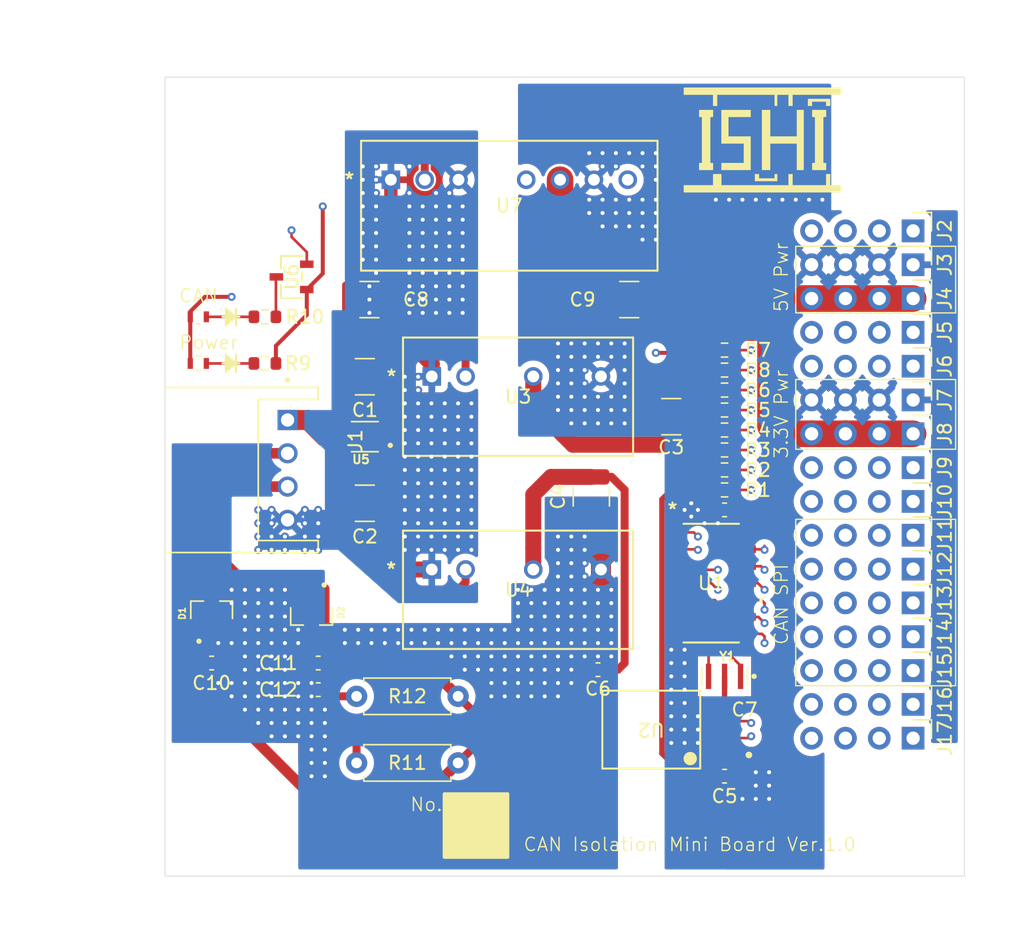
<source format=kicad_pcb>
(kicad_pcb (version 20241229) (generator "pcbnew") (generator_version "9.0")
  (title_block (title "CAN_Isolation_mini") (date "2025-09-15") (rev "Ver.1.0") (company "ISHI-Kai"))
  (layers (0 "F.Cu" signal) (4 "In1.Cu" signal) (6 "In2.Cu" signal) (2 "B.Cu" signal) (13 "F.Paste" user) (15 "B.Paste" user) (5 "F.SilkS" user "F.Silkscreen") (7 "B.SilkS" user "B.Silkscreen") (1 "F.Mask" user) (3 "B.Mask" user) (25 "Edge.Cuts" user))
  (net 0 "")
  (net 1 "BAT_12V")
  (net 2 "BAT_GND")
  (net 3 "GND_5VCAN")
  (net 4 "+5VCAN")
  (net 5 "CAN_H")
  (net 6 "CAN_L")
  (net 7 "Net-(C12-Pad1)")
  (net 14 "Net-(LED1-Pad1)")
  (net 15 "Net-(LED2-Pad1)")
  (net 16 "CAN_CS")
  (net 17 "CAN_SDO")
  (net 18 "CAN_SDI")
  (net 19 "CAN_SCK")
  (net 20 "CAN_GPIO0")
  (net 21 "CAN_GPIO1")
  (net 22 "CAN_CLK")
  (net 23 "CAN_INT")
  (net 24 "Net-(R10-Pad2)")
  (net 25 "Net-(U1-OSC2)")
  (net 26 "Net-(U1-OSC1)")
  (net 27 "Net-(U1-RXCAN)")
  (net 28 "Net-(U1-TXCAN)")
  (net 29 "CAN_LED")
  (net 50 "GND_VP")
  (net 51 "+3.3VP")
  (net 52 "+5VP")
  (footprint "Capacitor_SMD:C_0603_1608Metric" (layer "F.Cu") (at 130.657095 100.294905)
    (property "Reference" "C7")
    (property "Value" "100n")
  )
  (footprint "Resistor_SMD:R_0603_1608Metric" (layer "F.Cu") (at 96.157095 89.294905)
    (property "Reference" "R9")
    (property "Value" "200")
  )
  (footprint "MountingHole:MountingHole_3.2mm_M3" (layer "F.Cu") (at 143.657095 72.794905)
    (property "Reference" "REF**" (hide yes))
    (property "Value" "MountingHole_3.2mm_M3")
  )
  (footprint "CAN_Isolation:DWV0008A-IPC_A" (layer "F.Cu") (at 125.157095 116.794905 180)
    (property "Reference" "U2")
    (property "Value" "ISO1042QDWVRQ1")
  )
  (footprint "CAN_Isolation:PinHeader_1x04_P2.54mm_Vertical_noSilk" (layer "F.Cu") (at 144.81 89.5 -90)
    (property "Reference" "J6")
    (property "Value" "Conn_01x04_Pin")
  )
  (footprint "MountingHole:MountingHole_3.2mm_M3" (layer "F.Cu") (at 93.657095 122.794905)
    (property "Reference" "REF**" (hide yes))
    (property "Value" "MountingHole_3.2mm_M3")
  )
  (footprint "CAN_Isolation:PinHeader_1x04_P2.54mm_Vertical_noSilk" (layer "F.Cu") (at 144.81 81.88 -90)
    (property "Reference" "J3")
    (property "Value" "Conn_01x04_Pin")
  )
  (footprint "CAN_Isolation:ishikai_logo" (layer "F.Cu") (at 133.5 72.5)
    (property "Reference" "G***" (hide yes))
    (property "Value" "LOGO" (hide yes))
  )
  (footprint "CAN_Isolation:JST_S4B-XH-A" (layer "F.Cu") (at 92.157095 97.294905 -90)
    (property "Reference" "J1")
    (property "Value" "S4B-XH-A")
  )
  (footprint "Capacitor_SMD:C_0603_1608Metric" (layer "F.Cu") (at 92.157095 111.794905)
    (property "Reference" "C10")
    (property "Value" "47p")
  )
  (footprint "CAN_Isolation:PinHeader_1x04_P2.54mm_Vertical_noSilk" (layer "F.Cu") (at 144.81 94.58 -90)
    (property "Reference" "J8")
    (property "Value" "Conn_01x04_Pin")
  )
  (footprint "CAN_Isolation:PinHeader_1x04_P2.54mm_Vertical_noSilk" (layer "F.Cu") (at 144.81 102.2 -90)
    (property "Reference" "J11")
    (property "Value" "Conn_01x04_Pin")
  )
  (footprint "CAN_Isolation:PinHeader_1x04_P2.54mm_Vertical_noSilk" (layer "F.Cu") (at 144.81 117.44 -90)
    (property "Reference" "J17")
    (property "Value" "Conn_01x04_Pin")
  )
  (footprint "CAN_Isolation:SON65P200X200X80-7N" (layer "F.Cu") (at 103.657095 94.794905 180)
    (property "Reference" "U5")
    (property "Value" "TVS1800DRVR")
  )
  (footprint "CAN_Isolation:PinHeader_1x04_P2.54mm_Vertical_noSilk" (layer "F.Cu") (at 144.81 112.36 -90)
    (property "Reference" "J15")
    (property "Value" "Conn_01x04_Pin")
  )
  (footprint "CAN_Isolation:PinHeader_1x04_P2.54mm_Vertical_noSilk" (layer "F.Cu") (at 144.81 107.28 -90)
    (property "Reference" "J13")
    (property "Value" "Conn_01x04_Pin")
  )
  (footprint "Capacitor_SMD:C_1210_3225Metric" (layer "F.Cu") (at 103.657095 99.794905)
    (property "Reference" "C2")
    (property "Value" "22u")
  )
  (footprint "Resistor_THT:R_Axial_DIN0207_L6.3mm_D2.5mm_P7.62mm_Horizontal" (layer "F.Cu") (at 103.037095 114.294905)
    (property "Reference" "R12")
    (property "Value" "60.4")
  )
  (footprint "Capacitor_SMD:C_0603_1608Metric" (layer "F.Cu") (at 130.657095 120.294905)
    (property "Reference" "C5")
    (property "Value" "100n")
  )
  (footprint "CAN_Isolation:TRANS_DTCZCAHZGT_ROM" (layer "F.Cu") (at 98.157095 82.794905 90)
    (property "Reference" "U6")
    (property "Value" "DTC114ECAHZGT116")
  )
  (footprint "CAN_Isolation:PinHeader_1x04_P2.54mm_Vertical_noSilk" (layer "F.Cu") (at 144.81 114.9 -90)
    (property "Reference" "J16")
    (property "Value" "Conn_01x04_Pin")
  )
  (footprint "CAN_Isolation:PinHeader_1x04_P2.54mm_Vertical_noSilk" (layer "F.Cu") (at 144.81 92.04 -90)
    (property "Reference" "J7")
    (property "Value" "Conn_01x04_Pin")
  )
  (footprint "Capacitor_SMD:C_0603_1608Metric" (layer "F.Cu") (at 100.157095 111.794905)
    (property "Reference" "C11")
    (property "Value" "47p")
  )
  (footprint "CAN_Isolation:SOT95P237X111-3N" (layer "F.Cu") (at 92.157095 107.794905 90)
    (property "Reference" "D1")
    (property "Value" "MMBZ27VCLT1G")
  )
  (footprint "CAN_Isolation:SMLD12EN1WT86" (layer "F.Cu") (at 91.157095 85.794905 180)
    (property "Reference" "LED2" (hide yes))
    (property "Value" "SMLD12EN1WT86")
  )
  (footprint "CAN_Isolation:PinHeader_1x04_P2.54mm_Vertical_noSilk" (layer "F.Cu") (at 144.81 99.66 -90)
    (property "Reference" "J10")
    (property "Value" "Conn_01x04_Pin")
  )
  (footprint "MountingHole:MountingHole_3.2mm_M3" (layer "F.Cu") (at 143.657095 122.794905)
    (property "Reference" "REF**" (hide yes))
    (property "Value" "MountingHole_3.2mm_M3")
  )
  (footprint "Capacitor_SMD:C_1210_3225Metric" (layer "F.Cu") (at 104 84.5)
    (property "Reference" "C8")
    (property "Value" "22u")
  )
  (footprint "CAN_Isolation:MGS3_COS" (layer "F.Cu") (at 108.680095 90.270905)
    (property "Reference" "U3")
    (property "Value" "MGS3123R3")
  )
  (footprint "CAN_Isolation:MGS3_COS" (layer "F.Cu") (at 108.680095 104.770905)
    (property "Reference" "U4")
    (property "Value" "MGS1R51205")
  )
  (footprint "CAN_Isolation:PinHeader_1x04_P2.54mm_Vertical_noSilk" (layer "F.Cu") (at 144.81 97.12 -90)
    (property "Reference" "J9")
    (property "Value" "Conn_01x04_Pin")
  )
  (footprint "Resistor_SMD:R_0603_1608Metric" (layer "F.Cu") (at 130.657095 92.794905)
    (property "Reference" "R5")
    (property "Value" "10k")
  )
  (footprint "Resistor_SMD:R_0603_1608Metric" (layer "F.Cu") (at 130.657095 95.794905)
    (property "Reference" "R3")
    (property "Value" "10k")
  )
  (footprint "CAN_Isolation:SOIC14_150MIL_SL_MCH" (layer "F.Cu") (at 129.657095 105.794905)
    (property "Reference" "U1")
    (property "Value" "MCP2518FDT-H/SL")
  )
  (footprint "CAN_Isolation:SMLD12EN1WT86" (layer "F.Cu") (at 91.157095 89.294905 180)
    (property "Reference" "LED1" (hide yes))
    (property "Value" "SMLD12EN1WT86")
  )
  (footprint "CAN_Isolation:SIP7_MGS10_COS" (layer "F.Cu") (at 105.61 75.5)
    (property "Reference" "U7")
    (property "Value" "MGS102405")
  )
  (footprint "Resistor_SMD:R_0603_1608Metric" (layer "F.Cu") (at 130.657095 97.294905)
    (property "Reference" "R2")
    (property "Value" "10k")
  )
  (footprint "Capacitor_SMD:C_1210_3225Metric" (layer "F.Cu") (at 103.657095 90.294905)
    (property "Reference" "C1")
    (property "Value" "22u")
  )
  (footprint "Capacitor_SMD:C_0603_1608Metric" (layer "F.Cu") (at 121.157095 112.294905 180)
    (property "Reference" "C6")
    (property "Value" "100n")
  )
  (footprint "Capacitor_SMD:C_0603_1608Metric" (layer "F.Cu") (at 100.157095 113.794905 180)
    (property "Reference" "C12")
    (property "Value" "4700p")
  )
  (footprint "Resistor_THT:R_Axial_DIN0207_L6.3mm_D2.5mm_P7.62mm_Horizontal" (layer "F.Cu") (at 110.657095 119.294905 180)
    (property "Reference" "R11")
    (property "Value" "60.4")
  )
  (footprint "Capacitor_SMD:C_1210_3225Metric" (layer "F.Cu") (at 126.657095 93.294905 180)
    (property "Reference" "C3")
    (property "Value" "22u")
  )
  (footprint "MountingHole:MountingHole_3.2mm_M3" (layer "F.Cu") (at 93.657095 72.794905)
    (property "Reference" "REF**" (hide yes))
    (property "Value" "MountingHole_3.2mm_M3")
  )
  (footprint "CAN_Isolation:PinHeader_1x04_P2.54mm_Vertical_noSilk" (layer "F.Cu") (at 144.81 79.34 -90)
    (property "Reference" "J2")
    (property "Value" "Conn_01x04_Pin")
  )
  (footprint "CAN_Isolation:PinHeader_1x04_P2.54mm_Vertical_noSilk" (layer "F.Cu") (at 144.81 86.96 -90)
    (property "Reference" "J5")
    (property "Value" "Conn_01x04_Pin")
  )
  (footprint "CAN_Isolation:OSC_CSTNE20M0V530000R0" (layer "F.Cu") (at 130.657095 112.794905 180)
    (property "Reference" "Y1")
    (property "Value" "CSTNE20M0V530000R0")
  )
  (footprint "Capacitor_SMD:C_1210_3225Metric" (layer "F.Cu") (at 120.657095 99.294905 -90)
    (property "Reference" "C4")
    (property "Value" "22u")
  )
  (footprint "Capacitor_SMD:C_1210_3225Metric" (layer "F.Cu") (at 123.5 84.5 180)
    (property "Reference" "C9")
    (property "Value" "22u")
  )
  (footprint "CAN_Isolation:SOT95P237X111-3N" (layer "F.Cu") (at 99.657095 108.294905 -90)
    (property "Reference" "D2")
    (property "Value" "MMBZ27VCLT1G")
  )
  (footprint "CAN_Isolation:PinHeader_1x04_P2.54mm_Vertical_noSilk" (layer "F.Cu") (at 144.81 109.82 -90)
    (property "Reference" "J14")
    (property "Value" "Conn_01x04_Pin")
  )
  (footprint "CAN_Isolation:PinHeader_1x04_P2.54mm_Vertical_noSilk" (layer "F.Cu") (at 144.81 84.42 -90)
    (property "Reference" "J4")
    (property "Value" "Conn_01x04_Pin")
  )
  (footprint "CAN_Isolation:PinHeader_1x04_P2.54mm_Vertical_noSilk" (layer "F.Cu") (at 144.81 104.74 -90)
    (property "Reference" "J12")
    (property "Value" "Conn_01x04_Pin")
  )
  (footprint "Resistor_SMD:R_0603_1608Metric" (layer "F.Cu") (at 96.157095 85.794905)
    (property "Reference" "R10")
    (property "Value" "200")
  )
  (footprint "Resistor_SMD:R_0603_1608Metric" (layer "F.Cu") (at 130.657095 91.294905)
    (property "Reference" "R6")
    (property "Value" "10k")
  )
  (footprint "Resistor_SMD:R_0603_1608Metric" (layer "F.Cu") (at 130.657095 98.794905)
    (property "Reference" "R1")
    (property "Value" "10k")
  )
  (footprint "Resistor_SMD:R_0603_1608Metric" (layer "F.Cu") (at 130.657095 88.294905)
    (property "Reference" "R7")
    (property "Value" "10k")
  )
  (footprint "Resistor_SMD:R_0603_1608Metric" (layer "F.Cu") (at 130.657095 89.794905)
    (property "Reference" "R8")
    (property "Value" "10k")
  )
  (footprint "Resistor_SMD:R_0603_1608Metric" (layer "F.Cu") (at 130.657095 94.294905)
    (property "Reference" "R4")
    (property "Value" "10k")
  )
  (gr_rect (start 136 90.5) (end 148 95.74) (stroke (width 0.1)) (fill no) (layer "F.SilkS"))
  (gr_rect (start 136 101) (end 148 113.5) (stroke (width 0.1)) (fill no) (layer "F.SilkS"))
  (gr_rect (start 136 80.5) (end 148 85.5) (stroke (width 0.1)) (fill no) (layer "F.SilkS"))
  (gr_rect (start 88.657095 67.794905) (end 148.657095 127.794905) (stroke (width 0.05)) (fill no) (layer "Edge.Cuts"))
  (gr_text "CAN SPI" (at 135.5 110.5 90) (layer "F.SilkS") (effects (font (size 1 1) (thickness 0.1)) (justify left bottom)))
  (gr_text "No." (at 107 123 0) (layer "F.SilkS") (effects (font (size 1 1) (thickness 0.1)) (justify left bottom)))
  (gr_text "CAN Isolation Mini Board Ver.1.0" (at 115.5 126 0) (layer "F.SilkS") (effects (font (size 1 1) (thickness 0.1)) (justify left bottom)))
  (gr_text "3.3V Pwr" (at 135.5 96.5 90) (layer "F.SilkS") (effects (font (size 1 1) (thickness 0.1)) (justify left bottom)))
  (gr_text "CAN" (at 89.657095 84.794905 0) (layer "F.SilkS") (effects (font (size 1 1) (thickness 0.1)) (justify left bottom)))
  (gr_text "Power" (at 89.657095 88.294905 0) (layer "F.SilkS") (effects (font (size 1 1) (thickness 0.1)) (justify left bottom)))
  (gr_text "5V Pwr" (at 135.5 85.5 90) (layer "F.SilkS") (effects (font (size 1 1) (thickness 0.1)) (justify left bottom)))
  (segment (start 102.525 86.427) (end 102.525 84.5) (width 0.6) (layer "F.Cu") (net 1))
  (segment (start 102.182095 102.819905) (end 106.157095 106.794905) (width 0.6) (layer "F.Cu") (net 1))
  (segment (start 102.525 84.5) (end 102.525 73.975) (width 0.6) (layer "F.Cu") (net 1))
  (segment (start 103 73.5) (end 107.5 73.5) (width 0.6) (layer "F.Cu") (net 1))
  (segment (start 97.857095 93.544905) (end 99.407095 93.544905) (width 1.5) (layer "F.Cu") (net 1))
  (segment (start 102.637095 94.144905) (end 102.637095 95.444905) (width 0.6) (layer "F.Cu") (net 1))
  (segment (start 111.220095 105.731905) (end 111.220095 104.770905) (width 0.6) (layer "F.Cu") (net 1))
  (segment (start 108.15 74.15) (end 108.15 75.5) (width 0.6) (layer "F.Cu") (net 1))
  (segment (start 110.157095 106.794905) (end 111.220095 105.731905) (width 0.6) (layer "F.Cu") (net 1))
  (segment (start 102.182095 99.794905) (end 102.182095 102.819905) (width 0.6) (layer "F.Cu") (net 1))
  (segment (start 110.86219 86.5) (end 111.220095 86.857905) (width 0.6) (layer "F.Cu") (net 1))
  (segment (start 102.637095 95.444905) (end 102.637095 96.864905) (width 0.6) (layer "F.Cu") (net 1))
  (segment (start 102.182095 97.319905) (end 102.182095 99.794905) (width 0.6) (layer "F.Cu") (net 1))
  (segment (start 100.657095 94.794905) (end 102.206095 94.794905) (width 1.5) (layer "F.Cu") (net 1))
  (segment (start 102.182095 86.769905) (end 102.525 86.427) (width 0.6) (layer "F.Cu") (net 1))
  (segment (start 107.5 73.5) (end 108.15 74.15) (width 0.6) (layer "F.Cu") (net 1))
  (segment (start 102.452 86.5) (end 110.86219 86.5) (width 0.6) (layer "F.Cu") (net 1))
  (segment (start 99.407095 93.544905) (end 100.657095 94.794905) (width 1.5) (layer "F.Cu") (net 1))
  (segment (start 102.182095 90.294905) (end 102.182095 86.769905) (width 0.6) (layer "F.Cu") (net 1))
  (segment (start 102.182095 86.769905) (end 102.452 86.5) (width 0.6) (layer "F.Cu") (net 1))
  (segment (start 102.637095 96.864905) (end 102.182095 97.319905) (width 0.6) (layer "F.Cu") (net 1))
  (segment (start 102.525 73.975) (end 103 73.5) (width 0.6) (layer "F.Cu") (net 1))
  (segment (start 102.637095 92.814905) (end 102.182095 92.359905) (width 0.6) (layer "F.Cu") (net 1))
  (segment (start 102.637095 94.144905) (end 102.637095 92.814905) (width 0.6) (layer "F.Cu") (net 1))
  (segment (start 106.157095 106.794905) (end 110.157095 106.794905) (width 0.6) (layer "F.Cu") (net 1))
  (segment (start 102.182095 92.359905) (end 102.182095 90.294905) (width 0.6) (layer "F.Cu") (net 1))
  (segment (start 111.220095 86.857905) (end 111.220095 90.270905) (width 0.6) (layer "F.Cu") (net 1))
  (segment (start 104.307095 94.144905) (end 103.657095 94.794905) (width 0.4) (layer "F.Cu") (net 2))
  (segment (start 105.132095 97.319905) (end 104.677095 96.864905) (width 1.2) (layer "F.Cu") (net 2))
  (segment (start 104.677095 94.144905) (end 104.677095 95.444905) (width 1.2) (layer "F.Cu") (net 2))
  (segment (start 104.677095 94.794905) (end 103.657095 94.794905) (width 0.4) (layer "F.Cu") (net 2))
  (segment (start 104.677095 94.144905) (end 104.677095 94.794905) (width 1.1) (layer "F.Cu") (net 2))
  (segment (start 105.132095 103.769905) (end 106.133095 104.770905) (width 1.2) (layer "F.Cu") (net 2))
  (segment (start 105.132095 88.819905) (end 105.657095 88.294905) (width 1.2) (layer "F.Cu") (net 2))
  (segment (start 104.677095 93.224905) (end 104.677095 94.144905) (width 1.2) (layer "F.Cu") (net 2))
  (segment (start 107.657095 88.294905) (end 108.680095 89.317905) (width 1.2) (layer "F.Cu") (net 2))
  (segment (start 104.677095 94.794905) (end 104.677095 95.444905) (width 1.1) (layer "F.Cu") (net 2))
  (segment (start 105.132095 99.794905) (end 105.132095 103.769905) (width 1.2) (layer "F.Cu") (net 2))
  (segment (start 97.857095 101.044905) (end 97.857095 101.094905) (width 0.4) (layer "F.Cu") (net 2))
  (segment (start 105.132095 97.319905) (end 105.132095 99.794905) (width 1.2) (layer "F.Cu") (net 2))
  (segment (start 104.677095 95.444905) (end 104.307095 95.444905) (width 0.4) (layer "F.Cu") (net 2))
  (segment (start 104.307095 95.444905) (end 103.657095 94.794905) (width 0.4) (layer "F.Cu") (net 2))
  (segment (start 108.680095 89.317905) (end 108.680095 90.270905) (width 1.2) (layer "F.Cu") (net 2))
  (segment (start 105.132095 92.769905) (end 104.677095 93.224905) (width 1.2) (layer "F.Cu") (net 2))
  (segment (start 104.677095 94.144905) (end 104.307095 94.144905) (width 0.4) (layer "F.Cu") (net 2))
  (segment (start 105.132095 92.769905) (end 105.132095 90.294905) (width 1.2) (layer "F.Cu") (net 2))
  (segment (start 104.677095 96.864905) (end 104.677095 95.444905) (width 1.2) (layer "F.Cu") (net 2))
  (segment (start 105.61 75.5) (end 105.61 84.365) (width 1) (layer "F.Cu") (net 2))
  (segment (start 105.657095 88.294905) (end 107.657095 88.294905) (width 1.2) (layer "F.Cu") (net 2))
  (segment (start 106.133095 104.770905) (end 108.680095 104.770905) (width 1.2) (layer "F.Cu") (net 2))
  (segment (start 105.132095 90.294905) (end 105.132095 88.819905) (width 1.2) (layer "F.Cu") (net 2))
  (via (at 110.657095 94.270905) (size 0.6) (drill 0.3) (layers "F.Cu" "B.Cu") (net 2))
  (via (at 109.657095 99.294905) (size 0.6) (drill 0.3) (layers "F.Cu" "B.Cu") (net 2))
  (via (at 107.657095 92.294905) (size 0.6) (drill 0.3) (layers "F.Cu" "B.Cu") (net 2))
  (via (at 111.657095 94.294905) (size 0.6) (drill 0.3) (layers "F.Cu" "B.Cu") (net 2))
  (via (at 106.657095 98.294905) (size 0.6) (drill 0.3) (layers "F.Cu" "B.Cu") (net 2))
  (via (at 108 84.5) (size 0.6) (drill 0.3) (layers "F.Cu" "B.Cu") (net 2))
  (via (at 99.157095 101.294905) (size 0.6) (drill 0.3) (layers "F.Cu" "B.Cu") (net 2))
  (via (at 108.657095 95.294905) (size 0.6) (drill 0.3) (layers "F.Cu" "B.Cu") (net 2))
  (via (at 110 76.5) (size 0.6) (drill 0.3) (layers "F.Cu" "B.Cu") (net 2))
  (via (at 107.657095 90.294905) (size 0.6) (drill 0.3) (layers "F.Cu" "B.Cu") (net 2))
  (via (at 106.657095 95.294905) (size 0.6) (drill 0.3) (layers "F.Cu" "B.Cu") (net 2))
  (via (at 106.657095 94.294905) (size 0.6) (drill 0.3) (layers "F.Cu" "B.Cu") (net 2))
  (via (at 107 80.5) (size 0.6) (drill 0.3) (layers "F.Cu" "B.Cu") (net 2))
  (via (at 111 83.5) (size 0.6) (drill 0.3) (layers "F.Cu" "B.Cu") (net 2))
  (via (at 109.657095 95.294905) (size 0.6) (drill 0.3) (layers "F.Cu" "B.Cu") (net 2))
  (via (at 107.657095 97.294905) (size 0.6) (drill 0.3) (layers "F.Cu" "B.Cu") (net 2))
  (via (at 108.657095 100.294905) (size 0.6) (drill 0.3) (layers "F.Cu" "B.Cu") (net 2))
  (via (at 111 80.5) (size 0.6) (drill 0.3) (layers "F.Cu" "B.Cu") (net 2))
  (via (at 103.5 79.5) (size 0.6) (drill 0.3) (layers "F.Cu" "B.Cu") (net 2))
  (via (at 103.5 77.5) (size 0.6) (drill 0.3) (layers "F.Cu" "B.Cu") (net 2))
  (via (at 99.157095 102.294905) (size 0.6) (drill 0.3) (layers "F.Cu" "B.Cu") (net 2))
  (via (at 108.657095 92.294905) (size 0.6) (drill 0.3) (layers "F.Cu" "B.Cu") (net 2))
  (via (at 95.657095 100.294905) (size 0.6) (drill 0.3) (layers "F.Cu" "B.Cu") (net 2))
  (via (at 109.657095 102.294905) (size 0.6) (drill 0.3) (layers "F.Cu" "B.Cu") (net 2))
  (via (at 108.657095 93.294905) (size 0.6) (drill 0.3) (layers "F.Cu" "B.Cu") (net 2))
  (via (at 107.657095 103.294905) (size 0.6) (drill 0.3) (layers "F.Cu" "B.Cu") (net 2))
  (via (at 100.157095 100.294905) (size 0.6) (drill 0.3) (layers "F.Cu" "B.Cu") (net 2))
  (via (at 106.657095 90.294905) (size 0.6) (drill 0.3) (layers "F.Cu" "B.Cu") (net 2))
  (via (at 109.657095 101.294905) (size 0.6) (drill 0.3) (layers "F.Cu" "B.Cu") (net 2))
  (via (at 107.657095 93.294905) (size 0.6) (drill 0.3) (layers "F.Cu" "B.Cu") (net 2))
  (via (at 96.657095 103.294905) (size 0.6) (drill 0.3) (layers "F.Cu" "B.Cu") (net 2))
  (via (at 97.657095 102.294905) (size 0.6) (drill 0.3) (layers "F.Cu" "B.Cu") (net 2))
  (via (at 106.657095 97.294905) (size 0.6) (drill 0.3) (layers "F.Cu" "B.Cu") (net 2))
  (via (at 110 84.5) (size 0.6) (drill 0.3) (layers "F.Cu" "B.Cu") (net 2))
  (via (at 108.657095 102.294905) (size 0.6) (drill 0.3) (layers "F.Cu" "B.Cu") (net 2))
  (via (at 107 79.5) (size 0.6) (drill 0.3) (layers "F.Cu" "B.Cu") (net 2))
  (via (at 108.657095 103.294905) (size 0.6) (drill 0.3) (layers "F.Cu" "B.Cu") (net 2))
  (via (at 107 84.5) (size 0.6) (drill 0.3) (layers "F.Cu" "B.Cu") (net 2))
  (via (at 103.5 80.5) (size 0.6) (drill 0.3) (layers "F.Cu" "B.Cu") (net 2))
  (via (at 110.657095 97.294905) (size 0.6) (drill 0.3) (layers "F.Cu" "B.Cu") (net 2))
  (via (at 109 84.5) (size 0.6) (drill 0.3) (layers "F.Cu" "B.Cu") (net 2))
  (via (at 110.657095 93.294905) (size 0.6) (drill 0.3) (layers "F.Cu" "B.Cu") (net 2))
  (via (at 108 79.5) (size 0.6) (drill 0.3) (layers "F.Cu" "B.Cu") (net 2))
  (via (at 95.657095 103.294905) (size 0.6) (drill 0.3) (layers "F.Cu" "B.Cu") (net 2))
  (via (at 107 85.5) (size 0.6) (drill 0.3) (layers "F.Cu" "B.Cu") (net 2))
  (via (at 108 85.5) (size 0.6) (drill 0.3) (layers "F.Cu" "B.Cu") (net 2))
  (via (at 110 85.5) (size 0.6) (drill 0.3) (layers "F.Cu" "B.Cu") (net 2))
  (via (at 108.657095 96.294905) (size 0.6) (drill 0.3) (layers "F.Cu" "B.Cu") (net 2))
  (via (at 104 84.5) (size 0.6) (drill 0.3) (layers "F.Cu" "B.Cu") (net 2))
  (via (at 111.657095 99.294905) (size 0.6) (drill 0.3) (layers "F.Cu" "B.Cu") (net 2))
  (via (at 95.657095 101.294905) (size 0.6) (drill 0.3) (layers "F.Cu" "B.Cu") (net 2))
  (via (at 109 78.5) (size 0.6) (drill 0.3) (layers "F.Cu" "B.Cu") (net 2))
  (via (at 110.657095 100.294905) (size 0.6) (drill 0.3) (layers "F.Cu" "B.Cu") (net 2))
  (via (at 96.657095 102.294905) (size 0.6) (drill 0.3) (layers "F.Cu" "B.Cu") (net 2))
  (via (at 108 78.5) (size 0.6) (drill 0.3) (layers "F.Cu" "B.Cu") (net 2))
  (via (at 104.5 80.5) (size 0.6) (drill 0.3) (layers "F.Cu" "B.Cu") (net 2))
  (via (at 111.657095 100.294905) (size 0.6) (drill 0.3) (layers "F.Cu" "B.Cu") (net 2))
  (via (at 110 81.5) (size 0.6) (drill 0.3) (layers "F.Cu" "B.Cu") (net 2))
  (via (at 109.657095 100.294905) (size 0.6) (drill 0.3) (layers "F.Cu" "B.Cu") (net 2))
  (via (at 110 78.5) (size 0.6) (drill 0.3) (layers "F.Cu" "B.Cu") (net 2))
  (via (at 111.657095 93.294905) (size 0.6) (drill 0.3) (layers "F.Cu" "B.Cu") (net 2))
  (via (at 107.657095 99.294905) (size 0.6) (drill 0.3) (layers "F.Cu" "B.Cu") (net 2))
  (via (at 108.657095 98.294905) (size 0.6) (drill 0.3) (layers "F.Cu" "B.Cu") (net 2))
  (via (at 104.5 77.5) (size 0.6) (drill 0.3) (layers "F.Cu" "B.Cu") (net 2))
  (via (at 108.657095 97.294905) (size 0.6) (drill 0.3) (layers "F.Cu" "B.Cu") (net 2))
  (via (at 110 77.5) (size 0.6) (drill 0.3) (layers "F.Cu" "B.Cu") (net 2))
  (via (at 109.657095 98.294905) (size 0.6) (drill 0.3) (layers "F.Cu" "B.Cu") (net 2))
  (via (at 110.657095 95.294905) (size 0.6) (drill 0.3) (layers "F.Cu" "B.Cu") (net 2))
  (via (at 107.657095 95.294905) (size 0.6) (drill 0.3) (layers "F.Cu" "B.Cu") (net 2))
  (via (at 109 85.5) (size 0.6) (drill 0.3) (layers "F.Cu" "B.Cu") (net 2))
  (via (at 108 82.5) (size 0.6) (drill 0.3) (layers "F.Cu" "B.Cu") (net 2))
  (via (at 111 85.5) (size 0.6) (drill 0.3) (layers "F.Cu" "B.Cu") (net 2))
  (via (at 111 84.5) (size 0.6) (drill 0.3) (layers "F.Cu" "B.Cu") (net 2))
  (via (at 103.5 78.5) (size 0.6) (drill 0.3) (layers "F.Cu" "B.Cu") (net 2))
  (via (at 99.157095 100.294905) (size 0.6) (drill 0.3) (layers "F.Cu" "B.Cu") (net 2))
  (via (at 110 83.5) (size 0.6) (drill 0.3) (layers "F.Cu" "B.Cu") (net 2))
  (via (at 104.5 75.5) (size 0.6) (drill 0.3) (layers "F.Cu" "B.Cu") (net 2))
  (via (at 107 74.5) (size 0.6) (drill 0.3) (layers "F.Cu" "B.Cu") (net 2))
  (via (at 106.657095 100.294905) (size 0.6) (drill 0.3) (layers "F.Cu" "B.Cu") (net 2))
  (via (at 111.657095 95.294905) (size 0.6) (drill 0.3) (layers "F.Cu" "B.Cu") (net 2))
  (via (at 109 83.5) (size 0.6) (drill 0.3) (layers "F.Cu" "B.Cu") (net 2))
  (via (at 96.657095 100.294905) (size 0.6) (drill 0.3) (layers "F.Cu" "B.Cu") (net 2))
  (via (at 104 85.5) (size 0.6) (drill 0.3) (layers "F.Cu" "B.Cu") (net 2))
  (via (at 103.5 74.5) (size 0.6) (drill 0.3) (layers "F.Cu" "B.Cu") (net 2))
  (via (at 108.657095 94.294905) (size 0.6) (drill 0.3) (layers "F.Cu" "B.Cu") (net 2))
  (via (at 111.657095 102.294905) (size 0.6) (drill 0.3) (layers "F.Cu" "B.Cu") (net 2))
  (via (at 108.657095 101.294905) (size 0.6) (drill 0.3) (layers "F.Cu" "B.Cu") (net 2))
  (via (at 109 77.5) (size 0.6) (drill 0.3) (layers "F.Cu" "B.Cu") (net 2))
  (via (at 107.657095 100.294905) (size 0.6) (drill 0.3) (layers "F.Cu" "B.Cu") (net 2))
  (via (at 106.657095 92.294905) (size 0.6) (drill 0.3) (layers "F.Cu" "B.Cu") (net 2))
  (via (at 109.657095 93.294905) (size 0.6) (drill 0.3) (layers "F.Cu" "B.Cu") (net 2))
  (via (at 109.657095 92.294905) (size 0.6) (drill 0.3) (layers "F.Cu" "B.Cu") (net 2))
  (via (at 100.157095 101.294905) (size 0.6) (drill 0.3) (layers "F.Cu" "B.Cu") (net 2))
  (via (at 109.657095 103.294905) (size 0.6) (drill 0.3) (layers "F.Cu" "B.Cu") (net 2))
  (via (at 107.657095 101.294905) (size 0.6) (drill 0.3) (layers "F.Cu" "B.Cu") (net 2))
  (via (at 111.657095 92.294905) (size 0.6) (drill 0.3) (layers "F.Cu" "B.Cu") (net 2))
  (via (at 104 83.5) (size 0.6) (drill 0.3) (layers "F.Cu" "B.Cu") (net 2))
  (via (at 111 82.5) (size 0.6) (drill 0.3) (layers "F.Cu" "B.Cu") (net 2))
  (via (at 107.657095 102.294905) (size 0.6) (drill 0.3) (layers "F.Cu" "B.Cu") (net 2))
  (via (at 107 78.5) (size 0.6) (drill 0.3) (layers "F.Cu" "B.Cu") (net 2))
  (via (at 109 80.5) (size 0.6) (drill 0.3) (layers "F.Cu" "B.Cu") (net 2))
  (via (at 103.5 75.5) (size 0.6) (drill 0.3) (layers "F.Cu" "B.Cu") (net 2))
  (via (at 109.657095 97.294905) (size 0.6) (drill 0.3) (layers "F.Cu" "B.Cu") (net 2))
  (via (at 109 81.5) (size 0.6) (drill 0.3) (layers "F.Cu" "B.Cu") (net 2))
  (via (at 104.5 79.5) (size 0.6) (drill 0.3) (layers "F.Cu" "B.Cu") (net 2))
  (via (at 110.657095 101.294905) (size 0.6) (drill 0.3) (layers "F.Cu" "B.Cu") (net 2))
  (via (at 109 76.5) (size 0.6) (drill 0.3) (layers "F.Cu" "B.Cu") (net 2))
  (via (at 110.657095 99.294905) (size 0.6) (drill 0.3) (layers "F.Cu" "B.Cu") (net 2))
  (via (at 110 80.5) (size 0.6) (drill 0.3) (layers "F.Cu" "B.Cu") (net 2))
  (via (at 104.5 81.5) (size 0.6) (drill 0.3) (layers "F.Cu" "B.Cu") (net 2))
  (via (at 96.657095 101.294905) (size 0.6) (drill 0.3) (layers "F.Cu" "B.Cu") (net 2))
  (via (at 104.5 76.5) (size 0.6) (drill 0.3) (layers "F.Cu" "B.Cu") (net 2))
  (via (at 107 77.5) (size 0.6) (drill 0.3) (layers "F.Cu" "B.Cu") (net 2))
  (via (at 104.5 78.5) (size 0.6) (drill 0.3) (layers "F.Cu" "B.Cu") (net 2))
  (via (at 110.657095 92.294905) (size 0.6) (drill 0.3) (layers "F.Cu" "B.Cu") (net 2))
  (via (at 111 79.5) (size 0.6) (drill 0.3) (layers "F.Cu" "B.Cu") (net 2))
  (via (at 99.157095 103.294905) (size 0.6) (drill 0.3) (layers "F.Cu" "B.Cu") (net 2))
  (via (at 110.657095 96.294905) (size 0.6) (drill 0.3) (layers "F.Cu" "B.Cu") (net 2))
  (via (at 107.657095 98.294905) (size 0.6) (drill 0.3) (layers "F.Cu" "B.Cu") (net 2))
  (via (at 109.657095 94.294905) (size 0.6) (drill 0.3) (layers "F.Cu" "B.Cu") (net 2))
  (via (at 110 79.5) (size 0.6) (drill 0.3) (layers "F.Cu" "B.Cu") (net 2))
  (via (at 95.657095 102.294905) (size 0.6) (drill 0.3) (layers "F.Cu" "B.Cu") (net 2))
  (via (at 111.657095 103.294905) (size 0.6) (drill 0.3) (layers "F.Cu" "B.Cu") (net 2))
  (via (at 111 77.5) (size 0.6) (drill 0.3) (layers "F.Cu" "B.Cu") (net 2))
  (via (at 106.657095 102.294905) (size 0.6) (drill 0.3) (layers "F.Cu" "B.Cu") (net 2))
  (via (at 110.657095 102.294905) (size 0.6) (drill 0.3) (layers "F.Cu" "B.Cu") (net 2))
  (via (at 109 79.5) (size 0.6) (drill 0.3) (layers "F.Cu" "B.Cu") (net 2))
  (via (at 111.657095 98.294905) (size 0.6) (drill 0.3) (layers "F.Cu" "B.Cu") (net 2))
  (via (at 110.657095 98.294905) (size 0.6) (drill 0.3) (layers "F.Cu" "B.Cu") (net 2))
  (via (at 106.657095 99.294905) (size 0.6) (drill 0.3) (layers "F.Cu" "B.Cu") (net 2))
  (via (at 107.657095 94.294905) (size 0.6) (drill 0.3) (layers "F.Cu" "B.Cu") (net 2))
  (via (at 108 81.5) (size 0.6) (drill 0.3) (layers "F.Cu" "B.Cu") (net 2))
  (via (at 107 82.5) (size 0.6) (drill 0.3) (layers "F.Cu" "B.Cu") (net 2))
  (via (at 104.5 82.5) (size 0.6) (drill 0.3) (layers "F.Cu" "B.Cu") (net 2))
  (via (at 111.657095 101.294905) (size 0.6) (drill 0.3) (layers "F.Cu" "B.Cu") (net 2))
  (via (at 104.5 74.5) (size 0.6) (drill 0.3) (layers "F.Cu" "B.Cu") (net 2))
  (via (at 107 83.5) (size 0.6) (drill 0.3) (layers "F.Cu" "B.Cu") (net 2))
  (via (at 108.657095 99.294905) (size 0.6) (drill 0.3) (layers "F.Cu" "B.Cu") (net 2))
  (via (at 111.657095 97.294905) (size 0.6) (drill 0.3) (layers "F.Cu" "B.Cu") (net 2))
  (via (at 106.657095 101.294905) (size 0.6) (drill 0.3) (layers "F.Cu" "B.Cu") (net 2))
  (via (at 108 77.5) (size 0.6) (drill 0.3) (layers "F.Cu" "B.Cu") (net 2))
  (via (at 106.657095 103.294905) (size 0.6) (drill 0.3) (layers "F.Cu" "B.Cu") (net 2))
  (via (at 109.657095 96.294905) (size 0.6) (drill 0.3) (layers "F.Cu" "B.Cu") (net 2))
  (via (at 110 82.5) (size 0.6) (drill 0.3) (layers "F.Cu" "B.Cu") (net 2))
  (via (at 100.157095 103.294905) (size 0.6) (drill 0.3) (layers "F.Cu" "B.Cu") (net 2))
  (via (at 111 81.5) (size 0.6) (drill 0.3) (layers "F.Cu" "B.Cu") (net 2))
  (via (at 107.657095 91.294905) (size 0.6) (drill 0.3) (layers "F.Cu" "B.Cu") (net 2))
  (via (at 110.657095 103.294905) (size 0.6) (drill 0.3) (layers "F.Cu" "B.Cu") (net 2))
  (via (at 106.657095 96.294905) (size 0.6) (drill 0.3) (layers "F.Cu" "B.Cu") (net 2))
  (via (at 97.657095 103.294905) (size 0.6) (drill 0.3) (layers "F.Cu" "B.Cu") (net 2))
  (via (at 103.5 81.5) (size 0.6) (drill 0.3) (layers "F.Cu" "B.Cu") (net 2))
  (via (at 111.657095 96.294905) (size 0.6) (drill 0.3) (layers "F.Cu" "B.Cu") (net 2))
  (via (at 108 80.5) (size 0.6) (drill 0.3) (layers "F.Cu" "B.Cu") (net 2))
  (via (at 106.657095 93.294905) (size 0.6) (drill 0.3) (layers "F.Cu" "B.Cu") (net 2))
  (via (at 103.5 76.5) (size 0.6) (drill 0.3) (layers "F.Cu" "B.Cu") (net 2))
  (via (at 111 78.5) (size 0.6) (drill 0.3) (layers "F.Cu" "B.Cu") (net 2))
  (via (at 108 83.5) (size 0.6) (drill 0.3) (layers "F.Cu" "B.Cu") (net 2))
  (via (at 107 76.5) (size 0.6) (drill 0.3) (layers "F.Cu" "B.Cu") (net 2))
  (via (at 107.657095 96.294905) (size 0.6) (drill 0.3) (layers "F.Cu" "B.Cu") (net 2))
  (via (at 100.157095 102.294905) (size 0.6) (drill 0.3) (layers "F.Cu" "B.Cu") (net 2))
  (via (at 107 81.5) (size 0.6) (drill 0.3) (layers "F.Cu" "B.Cu") (net 2))
  (via (at 106.657095 91.294905) (size 0.6) (drill 0.3) (layers "F.Cu" "B.Cu") (net 2))
  (via (at 109 82.5) (size 0.6) (drill 0.3) (layers "F.Cu" "B.Cu") (net 2))
  (segment (start 97.857095 101.044905) (end 98.907095 101.044905) (width 0.4) (layer "B.Cu") (net 2))
  (segment (start 108.680095 104.770905) (end 108.680095 104.817905) (width 1.2) (layer "B.Cu") (net 2))
  (segment (start 98.907095 101.044905) (end 99.157095 101.294905) (width 0.4) (layer "B.Cu") (net 2))
  (segment (start 97.857095 101.044905) (end 98.407095 101.044905) (width 0.4) (layer "B.Cu") (net 2))
  (segment (start 97.857095 101.044905) (end 97.407095 101.044905) (width 0.4) (layer "B.Cu") (net 2))
  (segment (start 97.857095 101.044905) (end 96.907095 101.044905) (width 0.4) (layer "B.Cu") (net 2))
  (segment (start 108.680095 104.770905) (end 108.681095 104.770905) (width 1.2) (layer "B.Cu") (net 2))
  (segment (start 97.407095 101.044905) (end 96.657095 100.294905) (width 0.4) (layer "B.Cu") (net 2))
  (segment (start 96.907095 101.044905) (end 96.657095 101.294905) (width 0.4) (layer "B.Cu") (net 2))
  (segment (start 98.407095 101.044905) (end 99.157095 100.294905) (width 0.4) (layer "B.Cu") (net 2))
  (segment (start 98.597095 107.234905) (end 97.657095 106.294905) (width 0.6) (layer "F.Cu") (net 3))
  (segment (start 119.157095 113.294905) (end 119.157095 114.190428) (width 0.6) (layer "F.Cu") (net 3))
  (segment (start 99.382095 111.794905) (end 99.382095 113.019905) (width 0.6) (layer "F.Cu") (net 3))
  (segment (start 92.932095 111.794905) (end 92.932095 110.569905) (width 0.6) (layer "F.Cu") (net 3))
  (segment (start 121.380095 104.770905) (end 121.380095 105.517905) (width 1.5) (layer "F.Cu") (net 3))
  (segment (start 120.382095 112.294905) (end 120.382095 114.364382) (width 0.6) (layer "F.Cu") (net 3))
  (segment (start 121.380095 104.770905) (end 121.380095 101.492905) (width 1.5) (layer "F.Cu") (net 3))
  (segment (start 120.382095 112.294905) (end 119.157095 112.294905) (width 0.6) (layer "F.Cu") (net 3))
  (segment (start 92.657095 110.294905) (end 93.657095 110.294905) (width 0.6) (layer "F.Cu") (net 3))
  (segment (start 120.382095 114.364382) (end 119.856572 114.889905) (width 0.6) (layer "F.Cu") (net 3))
  (segment (start 119.157095 114.190428) (end 119.856572 114.889905) (width 0.6) (layer "F.Cu") (net 3))
  (segment (start 121.380095 101.492905) (end 120.657095 100.769905) (width 1.5) (layer "F.Cu") (net 3))
  (segment (start 92.657095 110.294905) (end 92.657095 109.304905) (width 0.6) (layer "F.Cu") (net 3))
  (segment (start 92.932095 110.569905) (end 92.657095 110.294905) (width 0.6) (layer "F.Cu") (net 3))
  (segment (start 92.657095 109.304905) (end 93.107095 108.854905) (width 0.6) (layer "F.Cu") (net 3))
  (segment (start 99.382095 113.019905) (end 99.657095 113.294905) (width 0.6) (layer "F.Cu") (net 3))
  (via (at 120.157095 107.294905) (size 0.6) (drill 0.3) (layers "F.Cu" "B.Cu") (net 3))
  (via (at 113.157095 114.294905) (size 0.6) (drill 0.3) (layers "F.Cu" "B.Cu") (net 3))
  (via (at 111.157095 109.294905) (size 0.6) (drill 0.3) (layers "F.Cu" "B.Cu") (net 3))
  (via (at 118.157095 114.294905) (size 0.6) (drill 0.3) (layers "F.Cu" "B.Cu") (net 3))
  (via (at 97.657095 114.294905) (size 0.6) (drill 0.3) (layers "F.Cu" "B.Cu") (net 3))
  (via (at 115.157095 109.294905) (size 0.6) (drill 0.3) (layers "F.Cu" "B.Cu") (net 3))
  (via (at 96.657095 109.294905) (size 0.6) (drill 0.3) (layers "F.Cu" "B.Cu") (net 3))
  (via (at 107.157095 110.294905) (size 0.6) (drill 0.3) (layers "F.Cu" "B.Cu") (net 3))
  (via (at 116.157095 108.294905) (size 0.6) (drill 0.3) (layers "F.Cu" "B.Cu") (net 3))
  (via (at 95.657095 111.294905) (size 0.6) (drill 0.3) (layers "F.Cu" "B.Cu") (net 3))
  (via (at 122.157095 106.294905) (size 0.6) (drill 0.3) (layers "F.Cu" "B.Cu") (net 3))
  (via (at 97.657095 113.294905) (size 0.6) (drill 0.3) (layers "F.Cu" "B.Cu") (net 3))
  (via (at 122.157095 111.294905) (size 0.6) (drill 0.3) (layers "F.Cu" "B.Cu") (net 3))
  (via (at 97.657095 117.294905) (size 0.6) (drill 0.3) (layers "F.Cu" "B.Cu") (net 3))
  (via (at 120.157095 109.294905) (size 0.6) (drill 0.3) (layers "F.Cu" "B.Cu") (net 3))
  (via (at 93.657095 113.294905) (size 0.6) (drill 0.3) (layers "F.Cu" "B.Cu") (net 3))
  (via (at 95.657095 112.294905) (size 0.6) (drill 0.3) (layers "F.Cu" "B.Cu") (net 3))
  (via (at 97.657095 108.294905) (size 0.6) (drill 0.3) (layers "F.Cu" "B.Cu") (net 3))
  (via (at 121.157095 106.294905) (size 0.6) (drill 0.3) (layers "F.Cu" "B.Cu") (net 3))
  (via (at 117.157095 109.294905) (size 0.6) (drill 0.3) (layers "F.Cu" "B.Cu") (net 3))
  (via (at 108.157095 109.294905) (size 0.6) (drill 0.3) (layers "F.Cu" "B.Cu") (net 3))
  (via (at 118.157095 111.294905) (size 0.6) (drill 0.3) (layers "F.Cu" "B.Cu") (net 3))
  (via (at 94.657095 110.294905) (size 0.6) (drill 0.3) (layers "F.Cu" "B.Cu") (net 3))
  (via (at 122.157095 107.294905) (size 0.6) (drill 0.3) (layers "F.Cu" "B.Cu") (net 3))
  (via (at 118.157095 112.294905) (size 0.6) (drill 0.3) (layers "F.Cu" "B.Cu") (net 3))
  (via (at 108.157095 110.294905) (size 0.6) (drill 0.3) (layers "F.Cu" "B.Cu") (net 3))
  (via (at 118.157095 102.294905) (size 0.6) (drill 0.3) (layers "F.Cu" "B.Cu") (net 3))
  (via (at 120.157095 102.294905) (size 0.6) (drill 0.3) (layers "F.Cu" "B.Cu") (net 3))
  (via (at 97.657095 109.294905) (size 0.6) (drill 0.3) (layers "F.Cu" "B.Cu") (net 3))
  (via (at 106.157095 109.294905) (size 0.6) (drill 0.3) (layers "F.Cu" "B.Cu") (net 3))
  (via (at 113.157095 112.294905) (size 0.6) (drill 0.3) (layers "F.Cu" "B.Cu") (net 3))
  (via (at 122.157095 110.294905) (size 0.6) (drill 0.3) (layers "F.Cu" "B.Cu") (net 3))
  (via (at 95.657095 114.294905) (size 0.6) (drill 0.3) (layers "F.Cu" "B.Cu") (net 3))
  (via (at 113.157095 109.294905) (size 0.6) (drill 0.3) (layers "F.Cu" "B.Cu") (net 3))
  (via (at 96.657095 110.294905) (size 0.6) (drill 0.3) (layers "F.Cu" "B.Cu") (net 3))
  (via (at 97.657095 106.294905) (size 0.6) (drill 0.3) (layers "F.Cu" "B.Cu") (net 3))
  (via (at 96.657095 115.294905) (size 0.6) (drill 0.3) (layers "F.Cu" "B.Cu") (net 3))
  (via (at 96.657095 113.294905) (size 0.6) (drill 0.3) (layers "F.Cu" "B.Cu") (net 3))
  (via (at 103.157095 109.294905) (size 0.6) (drill 0.3) (layers "F.Cu" "B.Cu") (net 3))
  (via (at 119.157095 113.294905) (size 0.6) (drill 0.3) (layers "F.Cu" "B.Cu") (net 3))
  (via (at 119.157095 102.294905) (size 0.6) (drill 0.3) (layers "F.Cu" "B.Cu") (net 3))
  (via (at 96.657095 117.294905) (size 0.6) (drill 0.3) (layers "F.Cu" "B.Cu") (net 3))
  (via (at 117.157095 114.294905) (size 0.6) (drill 0.3) (layers "F.Cu" "B.Cu") (net 3))
  (via (at 102.157095 109.294905) (size 0.6) (drill 0.3) (layers "F.Cu" "B.Cu") (net 3))
  (via (at 114.157095 109.294905) (size 0.6) (drill 0.3) (layers "F.Cu" "B.Cu") (net 3))
  (via (at 99.657095 116.294905) (size 0.6) (drill 0.3) (layers "F.Cu" "B.Cu") (net 3))
  (via (at 94.657095 114.294905) (size 0.6) (drill 0.3) (layers "F.Cu" "B.Cu") (net 3))
  (via (at 100.657095 115.294905) (size 0.6) (drill 0.3) (layers "F.Cu" "B.Cu") (net 3))
  (via (at 114.157095 114.294905) (size 0.6) (drill 0.3) (layers "F.Cu" "B.Cu") (net 3))
  (via (at 100.657095 117.294905) (size 0.6) (drill 0.3) (layers "F.Cu" "B.Cu") (net 3))
  (via (at 93.657095 110.294905) (size 0.6) (drill 0.3) (layers "F.Cu" "B.Cu") (net 3))
  (via (at 115.157095 112.294905) (size 0.6) (drill 0.3) (layers "F.Cu" "B.Cu") (net 3))
  (via (at 94.657095 109.294905) (size 0.6) (drill 0.3) (layers "F.Cu" "B.Cu") (net 3))
  (via (at 121.157095 108.294905) (size 0.6) (drill 0.3) (layers "F.Cu" "B.Cu") (net 3))
  (via (at 114.157095 111.294905) (size 0.6) (drill 0.3) (layers "F.Cu" "B.Cu") (net 3))
  (via (at 95.657095 113.294905) (size 0.6) (drill 0.3) (layers "F.Cu" "B.Cu") (net 3))
  (via (at 98.657095 117.294905) (size 0.6) (drill 0.3) (layers "F.Cu" "B.Cu") (net 3))
  (via (at 120.157095 106.294905) (size 0.6) (drill 0.3) (layers "F.Cu" "B.Cu") (net 3))
  (via (at 119.157095 108.294905) (size 0.6) (drill 0.3) (layers "F.Cu" "B.Cu") (net 3))
  (via (at 114.157095 110.294905) (size 0.6) (drill 0.3) (layers "F.Cu" "B.Cu") (net 3))
  (via (at 99.657095 115.294905) (size 0.6) (drill 0.3) (layers "F.Cu" "B.Cu") (net 3))
  (via (at 112.157095 110.294905) (size 0.6) (drill 0.3) (layers "F.Cu" "B.Cu") (net 3))
  (via (at 111.157095 112.294905) (size 0.6) (drill 0.3) (layers "F.Cu" "B.Cu") (net 3))
  (via (at 96.657095 111.294905) (size 0.6) (drill 0.3) (layers "F.Cu" "B.Cu") (net 3))
  (via (at 99.657095 113.294905) (size 0.6) (drill 0.3) (layers "F.Cu" "B.Cu") (net 3))
  (via (at 109.157095 109.294905) (size 0.6) (drill 0.3) (layers "F.Cu" "B.Cu") (net 3))
  (via (at 121.157095 109.294905) (size 0.6) (drill 0.3) (layers "F.Cu" "B.Cu") (net 3))
  (via (at 100.657095 119.294905) (size 0.6) (drill 0.3) (layers "F.Cu" "B.Cu") (net 3))
  (via (at 96.657095 114.294905) (size 0.6) (drill 0.3) (layers "F.Cu" "B.Cu") (net 3))
  (via (at 120.157095 105.294905) (size 0.6) (drill 0.3) (layers "F.Cu" "B.Cu") (net 3))
  (via (at 96.657095 107.294905) (size 0.6) (drill 0.3) (layers "F.Cu" "B.Cu") (net 3))
  (via (at 115.157095 107.294905) (size 0.6) (drill 0.3) (layers "F.Cu" "B.Cu") (net 3))
  (via (at 121.157095 111.294905) (size 0.6) (drill 0.3) (layers "F.Cu" "B.Cu") (net 3))
  (via (at 117.157095 111.294905) (size 0.6) (drill 0.3) (layers "F.Cu" "B.Cu") (net 3))
  (via (at 96.657095 116.294905) (size 0.6) (drill 0.3) (layers "F.Cu" "B.Cu") (net 3))
  (via (at 94.657095 108.294905) (size 0.6) (drill 0.3) (layers "F.Cu" "B.Cu") (net 3))
  (via (at 111.157095 111.294905) (size 0.6) (drill 0.3) (layers "F.Cu" "B.Cu") (net 3))
  (via (at 117.157095 113.294905) (size 0.6) (drill 0.3) (layers "F.Cu" "B.Cu") (net 3))
  (via (at 116.157095 111.294905) (size 0.6) (drill 0.3) (layers "F.Cu" "B.Cu") (net 3))
  (via (at 95.657095 115.294905) (size 0.6) (drill 0.3) (layers "F.Cu" "B.Cu") (net 3))
  (via (at 112.157095 112.294905) (size 0.6) (drill 0.3) (layers "F.Cu" "B.Cu") (net 3))
  (via (at 115.157095 106.294905) (size 0.6) (drill 0.3) (layers "F.Cu" "B.Cu") (net 3))
  (via (at 100.657095 120.294905) (size 0.6) (drill 0.3) (layers "F.Cu" "B.Cu") (net 3))
  (via (at 97.657095 111.294905) (size 0.6) (drill 0.3) (layers "F.Cu" "B.Cu") (net 3))
  (via (at 97.657095 110.294905) (size 0.6) (drill 0.3) (layers "F.Cu" "B.Cu") (net 3))
  (via (at 105.157095 109.294905) (size 0.6) (drill 0.3) (layers "F.Cu" "B.Cu") (net 3))
  (via (at 114.157095 113.294905) (size 0.6) (drill 0.3) (layers "F.Cu" "B.Cu") (net 3))
  (via (at 114.157095 112.294905) (size 0.6) (drill 0.3) (layers "F.Cu" "B.Cu") (net 3))
  (via (at 94.657095 113.294905) (size 0.6) (drill 0.3) (layers "F.Cu" "B.Cu") (net 3))
  (via (at 122.157095 109.294905) (size 0.6) (drill 0.3) (layers "F.Cu" "B.Cu") (net 3))
  (via (at 99.657095 114.294905) (size 0.6) (drill 0.3) (layers "F.Cu" "B.Cu") (net 3))
  (via (at 93.657095 106.294905) (size 0.6) (drill 0.3) (layers "F.Cu" "B.Cu") (net 3))
  (via (at 121.157095 110.294905) (size 0.6) (drill 0.3) (layers "F.Cu" "B.Cu") (net 3))
  (via (at 120.157095 108.294905) (size 0.6) (drill 0.3) (layers "F.Cu" "B.Cu") (net 3))
  (via (at 120.157095 110.294905) (size 0.6) (drill 0.3) (layers "F.Cu" "B.Cu") (net 3))
  (via (at 118.157095 103.294905) (size 0.6) (drill 0.3) (layers "F.Cu" "B.Cu") (net 3))
  (via (at 112.157095 109.294905) (size 0.6) (drill 0.3) (layers "F.Cu" "B.Cu") (net 3))
  (via (at 119.157095 104.294905) (size 0.6) (drill 0.3) (layers "F.Cu" "B.Cu") (net 3))
  (via (at 95.657095 109.294905) (size 0.6) (drill 0.3) (layers "F.Cu" "B.Cu") (net 3))
  (via (at 118.157095 107.294905) (size 0.6) (drill 0.3) (layers "F.Cu" "B.Cu") (net 3))
  (via (at 93.657095 107.294905) (size 0.6) (drill 0.3) (layers "F.Cu" "B.Cu") (net 3))
  (via (at 104.157095 109.294905) (size 0.6) (drill 0.3) (layers "F.Cu" "B.Cu") (net 3))
  (via (at 122.157095 108.294905) (size 0.6) (drill 0.3) (layers "F.Cu" "B.Cu") (net 3))
  (via (at 113.157095 111.294905) (size 0.6) (drill 0.3) (layers "F.Cu" "B.Cu") (net 3))
  (via (at 118.157095 104.294905) (size 0.6) (drill 0.3) (layers "F.Cu" "B.Cu") (net 3))
  (via (at 113.157095 110.294905) (size 0.6) (drill 0.3) (layers "F.Cu" "B.Cu") (net 3))
  (via (at 117.157095 108.294905) (size 0.6) (drill 0.3) (layers "F.Cu" "B.Cu") (net 3))
  (via (at 105.157095 110.294905) (size 0.6) (drill 0.3) (layers "F.Cu" "B.Cu") (net 3))
  (via (at 100.657095 118.294905) (size 0.6) (drill 0.3) (layers "F.Cu" "B.Cu") (net 3))
  (via (at 119.157095 110.294905) (size 0.6) (drill 0.3) (layers "F.Cu" "B.Cu") (net 3))
  (via (at 119.157095 109.294905) (size 0.6) (drill 0.3) (layers "F.Cu" "B.Cu") (net 3))
  (via (at 102.157095 110.294905) (size 0.6) (drill 0.3) (layers "F.Cu" "B.Cu") (net 3))
  (via (at 95.657095 106.294905) (size 0.6) (drill 0.3) (layers "F.Cu" "B.Cu") (net 3))
  (via (at 120.157095 104.294905) (size 0.6) (drill 0.3) (layers "F.Cu" "B.Cu") (net 3))
  (via (at 97.657095 112.294905) (size 0.6) (drill 0.3) (layers "F.Cu" "B.Cu") (net 3))
  (via (at 117.157095 107.294905) (size 0.6) (drill 0.3) (layers "F.Cu" "B.Cu") (net 3))
  (via (at 98.657095 109.294905) (size 0.6) (drill 0.3) (layers "F.Cu" "B.Cu") (net 3))
  (via (at 95.657095 107.294905) (size 0.6) (drill 0.3) (layers "F.Cu" "B.Cu") (net 3))
  (via (at 98.657095 110.294905) (size 0.6) (drill 0.3) (layers "F.Cu" "B.Cu") (net 3))
  (via (at 94.657095 106.294905) (size 0.6) (drill 0.3) (layers "F.Cu" "B.Cu") (net 3))
  (via (at 99.657095 118.294905) (size 0.6) (drill 0.3) (layers "F.Cu" "B.Cu") (net 3))
  (via (at 115.157095 114.294905) (size 0.6) (drill 0.3) (layers "F.Cu" "B.Cu") (net 3))
  (via (at 100.657095 116.294905) (size 0.6) (drill 0.3) (layers "F.Cu" "B.Cu") (net 3))
  (via (at 103.157095 110.294905) (size 0.6) (drill 0.3) (layers "F.Cu" "B.Cu") (net 3))
  (via (at 94.657095 112.294905) (size 0.6) (drill 0.3) (layers "F.Cu" "B.Cu") (net 3))
  (via (at 116.157095 113.294905) (size 0.6) (drill 0.3) (layers "F.Cu" "B.Cu") (net 3))
  (via (at 92.657095 110.294905) (size 0.6) (drill 0.3) (layers "F.Cu" "B.Cu") (net 3))
  (via (at 99.657095 119.294905) (size 0.6) (drill 0.3) (layers "F.Cu" "B.Cu") (net 3))
  (via (at 96.657095 112.294905) (size 0.6) (drill 0.3) (layers "F.Cu" "B.Cu") (net 3))
  (via (at 118.157095 113.294905) (size 0.6) (drill 0.3) (layers "F.Cu" "B.Cu") (net 3))
  (via (at 116.157095 109.294905) (size 0.6) (drill 0.3) (layers "F.Cu" "B.Cu") (net 3))
  (via (at 116.157095 110.294905) (size 0.6) (drill 0.3) (layers "F.Cu" "B.Cu") (net 3))
  (via (at 119.157095 106.294905) (size 0.6) (drill 0.3) (layers "F.Cu" "B.Cu") (net 3))
  (via (at 121.157095 107.294905) (size 0.6) (drill 0.3) (layers "F.Cu" "B.Cu") (net 3))
  (via (at 107.157095 109.294905) (size 0.6) (drill 0.3) (layers "F.Cu" "B.Cu") (net 3))
  (via (at 92.657095 113.294905) (size 0.6) (drill 0.3) (layers "F.Cu" "B.Cu") (net 3))
  (via (at 111.157095 110.294905) (size 0.6) (drill 0.3) (layers "F.Cu" "B.Cu") (net 3))
  (via (at 96.657095 108.294905) (size 0.6) (drill 0.3) (layers "F.Cu" "B.Cu") (net 3))
  (via (at 97.657095 107.294905) (size 0.6) (drill 0.3) (layers "F.Cu" "B.Cu") (net 3))
  (via (at 98.657095 114.294905) (size 0.6) (drill 0.3) (layers "F.Cu" "B.Cu") (net 3))
  (via (at 119.157095 107.294905) (size 0.6) (drill 0.3) (layers "F.Cu" "B.Cu") (net 3))
  (via (at 118.157095 106.294905) (size 0.6) (drill 0.3) (layers "F.Cu" "B.Cu") (net 3))
  (via (at 94.657095 115.294905) (size 0.6) (drill 0.3) (layers "F.Cu" "B.Cu") (net 3))
  (via (at 110.157095 109.294905) (size 0.6) (drill 0.3) (layers "F.Cu" "B.Cu") (net 3))
  (via (at 110.157095 111.294905) (size 0.6) (drill 0.3) (layers "F.Cu" "B.Cu") (net 3))
  (via (at 120.157095 111.294905) (size 0.6) (drill 0.3) (layers "F.Cu" "B.Cu") (net 3))
  (via (at 118.157095 109.294905) (size 0.6) (drill 0.3) (layers "F.Cu" "B.Cu") (net 3))
  (via (at 99.657095 117.294905) (size 0.6) (drill 0.3) (layers "F.Cu" "B.Cu") (net 3))
  (via (at 109.157095 110.294905) (size 0.6) (drill 0.3) (layers "F.Cu" "B.Cu") (net 3))
  (via (at 115.157095 108.294905) (size 0.6) (drill 0.3) (layers "F.Cu" "B.Cu") (net 3))
  (via (at 95.657095 116.294905) (size 0.6) (drill 0.3) (layers "F.Cu" "B.Cu") (net 3))
  (via (at 115.157095 113.294905) (size 0.6) (drill 0.3) (layers "F.Cu" "B.Cu") (net 3))
  (via (at 119.157095 111.294905) (size 0.6) (drill 0.3) (layers "F.Cu" "B.Cu") (net 3))
  (via (at 93.657095 114.294905) (size 0.6) (drill 0.3) (layers "F.Cu" "B.Cu") (net 3))
  (via (at 116.157095 106.294905) (size 0.6) (drill 0.3) (layers "F.Cu" "B.Cu") (net 3))
  (via (at 94.657095 111.294905) (size 0.6) (drill 0.3) (layers "F.Cu" "B.Cu") (net 3))
  (via (at 117.157095 112.294905) (size 0.6) (drill 0.3) (layers "F.Cu" "B.Cu") (net 3))
  (via (at 116.157095 107.294905) (size 0.6) (drill 0.3) (layers "F.Cu" "B.Cu") (net 3))
  (via (at 116.157095 114.294905) (size 0.6) (drill 0.3) (layers "F.Cu" "B.Cu") (net 3))
  (via (at 120.157095 103.294905) (size 0.6) (drill 0.3) (layers "F.Cu" "B.Cu") (net 3))
  (via (at 118.157095 105.294905) (size 0.6) (drill 0.3) (layers "F.Cu" "B.Cu") (net 3))
  (via (at 99.657095 120.294905) (size 0.6) (drill 0.3) (layers "F.Cu" "B.Cu") (net 3))
  (via (at 119.157095 112.294905) (size 0.6) (drill 0.3) (layers "F.Cu" "B.Cu") (net 3))
  (via (at 117.157095 110.294905) (size 0.6) (drill 0.3) (layers "F.Cu" "B.Cu") (net 3))
  (via (at 98.657095 115.294905) (size 0.6) (drill 0.3) (layers "F.Cu" "B.Cu") (net 3))
  (via (at 118.157095 110.294905) (size 0.6) (drill 0.3) (layers "F.Cu" "B.Cu") (net 3))
  (via (at 97.657095 115.294905) (size 0.6) (drill 0.3) (layers "F.Cu" "B.Cu") (net 3))
  (via (at 117.157095 106.294905) (size 0.6) (drill 0.3) (layers "F.Cu" "B.Cu") (net 3))
  (via (at 113.157095 113.294905) (size 0.6) (drill 0.3) (layers "F.Cu" "B.Cu") (net 3))
  (via (at 94.657095 107.294905) (size 0.6) (drill 0.3) (layers "F.Cu" "B.Cu") (net 3))
  (via (at 115.157095 111.294905) (size 0.6) (drill 0.3) (layers "F.Cu" "B.Cu") (net 3))
  (via (at 104.157095 110.294905) (size 0.6) (drill 0.3) (layers "F.Cu" "B.Cu") (net 3))
  (via (at 98.657095 116.294905) (size 0.6) (drill 0.3) (layers "F.Cu" "B.Cu") (net 3))
  (via (at 119.157095 103.294905) (size 0.6) (drill 0.3) (layers "F.Cu" "B.Cu") (net 3))
  (via (at 118.157095 108.294905) (size 0.6) (drill 0.3) (layers "F.Cu" "B.Cu") (net 3))
  (via (at 98.657095 113.294905) (size 0.6) (drill 0.3) (layers "F.Cu" "B.Cu") (net 3))
  (via (at 112.157095 111.294905) (size 0.6) (drill 0.3) (layers "F.Cu" "B.Cu") (net 3))
  (via (at 106.157095 110.294905) (size 0.6) (drill 0.3) (layers "F.Cu" "B.Cu") (net 3))
  (via (at 116.157095 112.294905) (size 0.6) (drill 0.3) (layers "F.Cu" "B.Cu") (net 3))
  (via (at 115.157095 110.294905) (size 0.6) (drill 0.3) (layers "F.Cu" "B.Cu") (net 3))
  (via (at 95.657095 110.294905) (size 0.6) (drill 0.3) (layers "F.Cu" "B.Cu") (net 3))
  (via (at 119.157095 105.294905) (size 0.6) (drill 0.3) (layers "F.Cu" "B.Cu") (net 3))
  (via (at 110.157095 110.294905) (size 0.6) (drill 0.3) (layers "F.Cu" "B.Cu") (net 3))
  (via (at 95.657095 108.294905) (size 0.6) (drill 0.3) (layers "F.Cu" "B.Cu") (net 3))
  (via (at 96.657095 106.294905) (size 0.6) (drill 0.3) (layers "F.Cu" "B.Cu") (net 3))
  (via (at 97.657095 116.294905) (size 0.6) (drill 0.3) (layers "F.Cu" "B.Cu") (net 3))
  (segment (start 122.657095 112.294905) (end 123.157095 111.794905) (width 0.6) (layer "F.Cu") (net 4))
  (segment (start 123.157095 98.794905) (end 122.182095 97.819905) (width 0.6) (layer "F.Cu") (net 4))
  (segment (start 116.300095 103.151905) (end 116.300095 99.151905) (width 1.2) (layer "F.Cu") (net 4))
  (segment (start 121.932095 112.294905) (end 122.657095 112.294905) (width 0.6) (layer "F.Cu") (net 4))
  (segment (start 122.182095 97.819905) (end 120.657095 97.819905) (width 0.6) (layer "F.Cu") (net 4))
  (segment (start 116.300095 104.770905) (end 116.300095 103.151905) (width 1.2) (layer "F.Cu") (net 4))
  (segment (start 123.157095 111.794905) (end 123.157095 98.794905) (width 0.6) (layer "F.Cu") (net 4))
  (segment (start 116.300095 99.151905) (end 117.632095 97.819905) (width 1.2) (layer "F.Cu") (net 4))
  (segment (start 117.632095 97.819905) (end 120.657095 97.819905) (width 1.2) (layer "F.Cu") (net 4))
  (segment (start 121.932095 118.519905) (end 121.932095 112.294905) (width 0.6) (layer "F.Cu") (net 4))
  (segment (start 119.856572 118.699905) (end 121.752095 118.699905) (width 0.6) (layer "F.Cu") (net 4))
  (segment (start 121.752095 118.699905) (end 121.932095 118.519905) (width 0.6) (layer "F.Cu") (net 4))
  (segment (start 99.157095 121.294905) (end 91.382095 113.519905) (width 0.8) (layer "F.Cu") (net 5))
  (segment (start 91.207095 111.619905) (end 91.382095 111.794905) (width 0.8) (layer "F.Cu") (net 5))
  (segment (start 91.207095 108.854905) (end 91.207095 111.619905) (width 0.8) (layer "F.Cu") (net 5))
  (segment (start 112.522095 117.429905) (end 110.657095 119.294905) (width 0.6) (layer "F.Cu") (net 5))
  (segment (start 91.382095 113.519905) (end 91.382095 111.794905) (width 0.8) (layer "F.Cu") (net 5))
  (segment (start 93.007095 96.044905) (end 97.857095 96.044905) (width 0.8) (layer "F.Cu") (net 5))
  (segment (start 110.657095 119.294905) (end 108.657095 121.294905) (width 0.8) (layer "F.Cu") (net 5))
  (segment (start 119.856572 117.429905) (end 112.522095 117.429905) (width 0.6) (layer "F.Cu") (net 5))
  (segment (start 91.207095 97.844905) (end 93.007095 96.044905) (width 0.8) (layer "F.Cu") (net 5))
  (segment (start 91.207095 97.844905) (end 91.207095 108.854905) (width 0.8) (layer "F.Cu") (net 5))
  (segment (start 108.657095 121.294905) (end 99.157095 121.294905) (width 0.8) (layer "F.Cu") (net 5))
  (segment (start 94.157095 105.294905) (end 99.657095 105.294905) (width 0.8) (layer "F.Cu") (net 6))
  (segment (start 93.157095 99.294905) (end 93.157095 104.294905) (width 0.8) (layer "F.Cu") (net 6))
  (segment (start 93.907095 98.544905) (end 93.157095 99.294905) (width 0.8) (layer "F.Cu") (net 6))
  (segment (start 99.657095 105.294905) (end 100.607095 106.244905) (width 0.8) (layer "F.Cu") (net 6))
  (segment (start 97.857095 98.544905) (end 93.907095 98.544905) (width 0.8) (layer "F.Cu") (net 6))
  (segment (start 100.607095 111.469905) (end 100.932095 111.794905) (width 0.8) (layer "F.Cu") (net 6))
  (segment (start 100.607095 106.244905) (end 100.607095 107.234905) (width 0.8) (layer "F.Cu") (net 6))
  (segment (start 93.157095 104.294905) (end 94.157095 105.294905) (width 0.8) (layer "F.Cu") (net 6))
  (segment (start 100.607095 107.234905) (end 100.607095 111.469905) (width 0.8) (layer "F.Cu") (net 6))
  (segment (start 100.932095 111.794905) (end 108.157095 111.794905) (width 0.8) (layer "F.Cu") (net 6))
  (segment (start 119.856572 116.159905) (end 112.522095 116.159905) (width 0.6) (layer "F.Cu") (net 6))
  (segment (start 112.522095 116.159905) (end 110.657095 114.294905) (width 0.6) (layer "F.Cu") (net 6))
  (segment (start 108.157095 111.794905) (end 110.657095 114.294905) (width 0.8) (layer "F.Cu") (net 6))
  (segment (start 103.037095 114.294905) (end 101.432095 114.294905) (width 0.6) (layer "F.Cu") (net 7))
  (segment (start 101.432095 114.294905) (end 100.932095 113.794905) (width 0.6) (layer "F.Cu") (net 7))
  (segment (start 103.037095 116.674905) (end 103.037095 119.294905) (width 0.6) (layer "F.Cu") (net 7))
  (segment (start 101.432095 115.069905) (end 103.037095 116.674905) (width 0.6) (layer "F.Cu") (net 7))
  (segment (start 101.432095 114.294905) (end 101.432095 115.069905) (width 0.6) (layer "F.Cu") (net 7))
  (segment (start 91.760345 89.294905) (end 95.332095 89.294905) (width 0.2) (layer "F.Cu") (net 14))
  (segment (start 91.760345 85.794905) (end 95.332095 85.794905) (width 0.2) (layer "F.Cu") (net 15))
  (segment (start 133.657095 103.294905) (end 133.617095 103.254905) (width 0.2) (layer "F.Cu") (net 16))
  (segment (start 132.657095 98.794905) (end 131.482095 98.794905) (width 0.2) (layer "F.Cu") (net 16))
  (segment (start 132.311395 103.254905) (end 133.617095 103.254905) (width 0.2) (layer "F.Cu") (net 16))
  (segment (start 133.657095 103.294905) (end 133.657095 102.994461) (width 0.2) (layer "F.Cu") (net 16))
  (via (at 133.657095 103.294905) (size 0.6) (drill 0.3) (layers "F.Cu" "B.Cu") (net 16))
  (via (at 132.657095 98.794905) (size 0.6) (drill 0.3) (layers "F.Cu" "B.Cu") (net 16))
  (segment (start 132.311395 104.524905) (end 133.387095 104.524905) (width 0.2) (layer "F.Cu") (net 17))
  (segment (start 133.657095 104.794905) (end 133.387095 104.524905) (width 0.2) (layer "F.Cu") (net 17))
  (segment (start 132.657095 97.294905) (end 131.482095 97.294905) (width 0.2) (layer "F.Cu") (net 17))
  (via (at 133.657095 104.794905) (size 0.6) (drill 0.3) (layers "F.Cu" "B.Cu") (net 17))
  (via (at 132.657095 97.294905) (size 0.6) (drill 0.3) (layers "F.Cu" "B.Cu") (net 17))
  (segment (start 132.311395 105.794905) (end 133.157095 105.794905) (width 0.2) (layer "F.Cu") (net 18))
  (segment (start 133.157095 105.794905) (end 133.657095 106.294905) (width 0.2) (layer "F.Cu") (net 18))
  (segment (start 132.657095 95.794905) (end 131.482095 95.794905) (width 0.2) (layer "F.Cu") (net 18))
  (via (at 133.657095 106.294905) (size 0.6) (drill 0.3) (layers "F.Cu" "B.Cu") (net 18))
  (via (at 132.657095 95.794905) (size 0.6) (drill 0.3) (layers "F.Cu" "B.Cu") (net 18))
  (segment (start 133.427095 107.064905) (end 132.311395 107.064905) (width 0.2) (layer "F.Cu") (net 19))
  (segment (start 133.657095 107.294905) (end 133.427095 107.064905) (width 0.2) (layer "F.Cu") (net 19))
  (segment (start 132.657095 94.294905) (end 131.482095 94.294905) (width 0.2) (layer "F.Cu") (net 19))
  (segment (start 133.657095 107.794905) (end 133.657095 107.294905) (width 0.2) (layer "F.Cu") (net 19))
  (via (at 132.657095 94.294905) (size 0.6) (drill 0.3) (layers "F.Cu" "B.Cu") (net 19))
  (via (at 133.657095 107.794905) (size 0.6) (drill 0.3) (layers "F.Cu" "B.Cu") (net 19))
  (segment (start 132.311395 108.334905) (end 133.197095 108.334905) (width 0.2) (layer "F.Cu") (net 20))
  (segment (start 133.197095 108.334905) (end 133.657095 108.794905) (width 0.2) (layer "F.Cu") (net 20))
  (segment (start 132.657095 92.794905) (end 131.482095 92.794905) (width 0.2) (layer "F.Cu") (net 20))
  (via (at 132.657095 92.794905) (size 0.6) (drill 0.3) (layers "F.Cu" "B.Cu") (net 20))
  (via (at 133.657095 108.794905) (size 0.6) (drill 0.3) (layers "F.Cu" "B.Cu") (net 20))
  (segment (start 133.657095 109.794905) (end 133.467095 109.604905) (width 0.2) (layer "F.Cu") (net 21))
  (segment (start 133.657095 110.294905) (end 133.657095 109.794905) (width 0.2) (layer "F.Cu") (net 21))
  (segment (start 132.657095 91.294905) (end 131.482095 91.294905) (width 0.2) (layer "F.Cu") (net 21))
  (segment (start 133.467095 109.604905) (end 132.311395 109.604905) (width 0.2) (layer "F.Cu") (net 21))
  (via (at 133.657095 110.294905) (size 0.6) (drill 0.3) (layers "F.Cu" "B.Cu") (net 21))
  (via (at 132.657095 91.294905) (size 0.6) (drill 0.3) (layers "F.Cu" "B.Cu") (net 21))
  (segment (start 128.657095 104.794905) (end 130.157095 104.794905) (width 0.2) (layer "F.Cu") (net 22))
  (segment (start 128.387095 104.524905) (end 127.002795 104.524905) (width 0.2) (layer "F.Cu") (net 22))
  (segment (start 132.657095 88.294905) (end 131.482095 88.294905) (width 0.2) (layer "F.Cu") (net 22))
  (segment (start 128.387095 104.524905) (end 128.657095 104.794905) (width 0.2) (layer "F.Cu") (net 22))
  (via (at 130.157095 104.794905) (size 0.6) (drill 0.3) (layers "F.Cu" "B.Cu") (net 22))
  (via (at 132.657095 88.294905) (size 0.6) (drill 0.3) (layers "F.Cu" "B.Cu") (net 22))
  (segment (start 129.657095 105.794905) (end 130.157095 106.294905) (width 0.2) (layer "F.Cu") (net 23))
  (segment (start 127.002795 105.794905) (end 129.657095 105.794905) (width 0.2) (layer "F.Cu") (net 23))
  (segment (start 132.657095 89.794905) (end 131.482095 89.794905) (width 0.2) (layer "F.Cu") (net 23))
  (via (at 132.657095 89.794905) (size 0.6) (drill 0.3) (layers "F.Cu" "B.Cu") (net 23))
  (via (at 130.157095 106.294905) (size 0.6) (drill 0.3) (layers "F.Cu" "B.Cu") (net 23))
  (segment (start 96.982095 82.826905) (end 97.014095 82.794905) (width 0.2) (layer "F.Cu") (net 24))
  (segment (start 96.982095 85.794905) (end 96.982095 82.826905) (width 0.2) (layer "F.Cu") (net 24))
  (segment (start 130.657095 107.794905) (end 130.657095 110.794905) (width 0.2) (layer "F.Cu") (net 25))
  (segment (start 130.657095 110.794905) (end 131.857095 111.994905) (width 0.2) (layer "F.Cu") (net 25))
  (segment (start 127.002795 107.064905) (end 129.927095 107.064905) (width 0.2) (layer "F.Cu") (net 25))
  (segment (start 129.927095 107.064905) (end 130.657095 107.794905) (width 0.2) (layer "F.Cu") (net 25))
  (segment (start 131.857095 111.994905) (end 131.857095 112.794905) (width 0.2) (layer "F.Cu") (net 25))
  (segment (start 129.457095 109.594905) (end 129.457095 112.794905) (width 0.2) (layer "F.Cu") (net 26))
  (segment (start 127.002795 108.334905) (end 128.197095 108.334905) (width 0.2) (layer "F.Cu") (net 26))
  (segment (start 128.197095 108.334905) (end 129.457095 109.594905) (width 0.2) (layer "F.Cu") (net 26))
  (segment (start 132.657095 116.294905) (end 132.522095 116.159905) (width 0.2) (layer "F.Cu") (net 27))
  (segment (start 127.002795 103.254905) (end 128.617095 103.254905) (width 0.2) (layer "F.Cu") (net 27))
  (segment (start 128.657095 103.294905) (end 128.617095 103.254905) (width 0.2) (layer "F.Cu") (net 27))
  (segment (start 130.457618 116.159905) (end 132.522095 116.159905) (width 0.2) (layer "F.Cu") (net 27))
  (via (at 128.657095 103.294905) (size 0.6) (drill 0.3) (layers "F.Cu" "B.Cu") (net 27))
  (via (at 132.657095 116.294905) (size 0.6) (drill 0.3) (layers "F.Cu" "B.Cu") (net 27))
  (segment (start 132.522095 117.429905) (end 132.657095 117.294905) (width 0.2) (layer "F.Cu") (net 28))
  (segment (start 128.347095 101.984905) (end 128.657095 102.294905) (width 0.2) (layer "F.Cu") (net 28))
  (segment (start 127.002795 101.984905) (end 128.347095 101.984905) (width 0.2) (layer "F.Cu") (net 28))
  (segment (start 130.457618 117.429905) (end 132.522095 117.429905) (width 0.2) (layer "F.Cu") (net 28))
  (via (at 128.657095 102.294905) (size 0.6) (drill 0.3) (layers "F.Cu" "B.Cu") (net 28))
  (via (at 132.657095 117.294905) (size 0.6) (drill 0.3) (layers "F.Cu" "B.Cu") (net 28))
  (segment (start 98.157095 79.794905) (end 99.300095 80.937905) (width 0.2) (layer "F.Cu") (net 29))
  (segment (start 99.300095 80.937905) (end 99.300095 81.844904) (width 0.2) (layer "F.Cu") (net 29))
  (segment (start 98.157095 79.294905) (end 98.157095 79.794905) (width 0.2) (layer "F.Cu") (net 29))
  (via (at 98.157095 79.294905) (size 0.6) (drill 0.3) (layers "F.Cu" "B.Cu") (net 29))
  (segment (start 122.025 84.5) (end 122.025 87.66281) (width 2) (layer "F.Cu") (net 50))
  (segment (start 127.657095 115.794905) (end 128.657095 115.794905) (width 0.6) (layer "F.Cu") (net 50))
  (segment (start 126.657095 115.794905) (end 127.657095 115.794905) (width 0.6) (layer "F.Cu") (net 50))
  (segment (start 126.657095 113.794905) (end 127.657095 113.794905) (width 0.6) (layer "F.Cu") (net 50))
  (segment (start 128.657095 100.294905) (end 128.157095 99.794905) (width 0.6) (layer "F.Cu") (net 50))
  (segment (start 126.657095 114.794905) (end 127.657095 114.794905) (width 0.6) (layer "F.Cu") (net 50))
  (segment (start 129.157095 101.294905) (end 130.157095 101.294905) (width 0.6) (layer "F.Cu") (net 50))
  (segment (start 99.300095 83.744906) (end 100.5 82.545001) (width 0.3) (layer "F.Cu") (net 50))
  (segment (start 96.982095 89.294905) (end 96.982095 87.969905) (width 0.3) (layer "F.Cu") (net 50))
  (segment (start 128.657095 117.794905) (end 127.657095 117.794905) (width 0.6) (layer "F.Cu") (net 50))
  (segment (start 129.157095 100.794905) (end 128.657095 100.294905) (width 0.6) (layer "F.Cu") (net 50))
  (segment (start 126.657095 115.794905) (end 126.657095 114.794905) (width 0.6) (layer "F.Cu") (net 50))
  (segment (start 126.657095 112.794905) (end 127.657095 112.794905) (width 0.6) (layer "F.Cu") (net 50))
  (segment (start 127.657095 113.794905) (end 127.657095 114.794905) (width 0.6) (layer "F.Cu") (net 50))
  (segment (start 127.657095 110.794905) (end 127.657095 111.794905) (width 0.6) (layer "F.Cu") (net 50))
  (segment (start 128.657095 100.294905) (end 127.657095 100.294905) (width 0.6) (layer "F.Cu") (net 50))
  (segment (start 128.157095 100.794905) (end 128.657095 100.794905) (width 0.6) (layer "F.Cu") (net 50))
  (segment (start 128.657095 100.294905) (end 128.157095 100.794905) (width 0.6) (layer "F.Cu") (net 50))
  (segment (start 128.657095 100.794905) (end 129.157095 101.294905) (width 0.6) (layer "F.Cu") (net 50))
  (segment (start 129.882095 100.294905) (end 129.882095 100.569905) (width 0.6) (layer "F.Cu") (net 50))
  (segment (start 125.182095 93.294905) (end 124.157095 93.294905) (width 2) (layer "F.Cu") (net 50))
  (segment (start 127.311395 110.449205) (end 127.657095 110.794905) (width 0.6) (layer "F.Cu") (net 50))
  (segment (start 130.157095 100.569905) (end 129.882095 100.294905) (width 0.6) (layer "F.Cu") (net 50))
  (segment (start 127.002795 109.604905) (end 127.002795 110.449205) (width 0.6) (layer "F.Cu") (net 50))
  (segment (start 128.657095 116.794905) (end 127.657095 116.794905) (width 0.6) (layer "F.Cu") (net 50))
  (segment (start 128.657095 115.794905) (end 128.657095 116.794905) (width 0.6) (layer "F.Cu") (net 50))
  (segment (start 96.982095 87.969905) (end 99.300095 85.651905) (width 0.3) (layer "F.Cu") (net 50))
  (segment (start 130.657095 112.794905) (end 130.657095 114.690428) (width 0.4) (layer "F.Cu") (net 50))
  (segment (start 122.025 87.66281) (end 122.157095 87.794905) (width 0.2) (layer "F.Cu") (net 50))
  (segment (start 129.157095 101.294905) (end 129.157095 100.794905) (width 0.6) (layer "F.Cu") (net 50))
  (segment (start 127.002795 110.449205) (end 127.311395 110.449205) (width 0.6) (layer "F.Cu") (net 50))
  (segment (start 126.657095 116.794905) (end 127.657095 116.794905) (width 0.6) (layer "F.Cu") (net 50))
  (segment (start 127.002795 110.449205) (end 126.657095 110.794905) (width 0.6) (layer "F.Cu") (net 50))
  (segment (start 127.657095 114.794905) (end 127.657095 115.794905) (width 0.6) (layer "F.Cu") (net 50))
  (segment (start 130.657095 114.690428) (end 130.457618 114.889905) (width 0.4) (layer "F.Cu") (net 50))
  (segment (start 126.657095 111.794905) (end 127.657095 111.794905) (width 0.6) (layer "F.Cu") (net 50))
  (segment (start 127.657095 115.794905) (end 127.657095 116.794905) (width 0.6) (layer "F.Cu") (net 50))
  (segment (start 126.657095 113.794905) (end 126.657095 112.794905) (width 0.6) (layer "F.Cu") (net 50))
  (segment (start 127.657095 111.794905) (end 127.657095 112.794905) (width 0.6) (layer "F.Cu") (net 50))
  (segment (start 126.657095 116.794905) (end 126.657095 115.794905) (width 0.6) (layer "F.Cu") (net 50))
  (segment (start 127.657095 116.794905) (end 127.657095 117.794905) (width 0.6) (layer "F.Cu") (net 50))
  (segment (start 129.882095 100.569905) (end 129.157095 101.294905) (width 0.6) (layer "F.Cu") (net 50))
  (segment (start 128.157095 100.794905) (end 127.657095 100.294905) (width 0.6) (layer "F.Cu") (net 50))
  (segment (start 126.657095 117.794905) (end 126.657095 116.794905) (width 0.6) (layer "F.Cu") (net 50))
  (segment (start 126.657095 112.794905) (end 126.657095 111.794905) (width 0.6) (layer "F.Cu") (net 50))
  (segment (start 127.657095 112.794905) (end 127.657095 113.794905) (width 0.6) (layer "F.Cu") (net 50))
  (segment (start 99.300095 85.651905) (end 99.300095 83.744906) (width 0.3) (layer "F.Cu") (net 50))
  (segment (start 126.657095 114.794905) (end 126.657095 113.794905) (width 0.6) (layer "F.Cu") (net 50))
  (segment (start 100.5 82.545001) (end 100.5 77.5) (width 0.3) (layer "F.Cu") (net 50))
  (segment (start 130.457618 114.889905) (end 127.752095 114.889905) (width 0.6) (layer "F.Cu") (net 50))
  (segment (start 127.657095 100.294905) (end 128.157095 99.794905) (width 0.6) (layer "F.Cu") (net 50))
  (segment (start 130.157095 101.294905) (end 130.157095 100.569905) (width 0.6) (layer "F.Cu") (net 50))
  (segment (start 128.657095 116.794905) (end 128.657095 117.794905) (width 0.6) (layer "F.Cu") (net 50))
  (segment (start 127.657095 117.794905) (end 126.657095 117.794905) (width 0.6) (layer "F.Cu") (net 50))
  (segment (start 127.752095 114.889905) (end 127.657095 114.794905) (width 0.4) (layer "F.Cu") (net 50))
  (segment (start 129.882095 100.294905) (end 128.657095 100.294905) (width 0.6) (layer "F.Cu") (net 50))
  (segment (start 126.657095 111.794905) (end 126.657095 110.794905) (width 0.6) (layer "F.Cu") (net 50))
  (via (at 122.157095 92.794905) (size 0.6) (drill 0.3) (layers "F.Cu" "B.Cu") (net 50))
  (via (at 125.5 79) (size 0.6) (drill 0.3) (layers "F.Cu" "B.Cu") (net 50))
  (via (at 119.157095 93.794905) (size 0.6) (drill 0.3) (layers "F.Cu" "B.Cu") (net 50))
  (via (at 121.157095 87.794905) (size 0.6) (drill 0.3) (layers "F.Cu" "B.Cu") (net 50))
  (via (at 133 77) (size 0.6) (drill 0.3) (layers "F.Cu" "B.Cu") (net 50))
  (via (at 123.157095 93.794905) (size 0.6) (drill 0.3) (layers "F.Cu" "B.Cu") (net 50))
  (via (at 127.657095 115.794905) (size 0.6) (drill 0.3) (layers "F.Cu" "B.Cu") (net 50))
  (via (at 122.157095 88.794905) (size 0.6) (drill 0.3) (layers "F.Cu" "B.Cu") (net 50))
  (via (at 125.5 75.5) (size 0.6) (drill 0.3) (layers "F.Cu" "B.Cu") (net 50))
  (via (at 118.157095 91.794905) (size 0.6) (drill 0.3) (layers "F.Cu" "B.Cu") (net 50))
  (via (at 126.657095 116.794905) (size 0.6) (drill 0.3) (layers "F.Cu" "B.Cu") (net 50))
  (via (at 120.157095 92.794905) (size 0.6) (drill 0.3) (layers "F.Cu" "B.Cu") (net 50))
  (via (at 130.157095 101.294905) (size 0.6) (drill 0.3) (layers "F.Cu" "B.Cu") (net 50))
  (via (at 134 120) (size 0.6) (drill 0.3) (layers "F.Cu" "B.Cu") (net 50))
  (via (at 128.657095 115.794905) (size 0.6) (drill 0.3) (layers "F.Cu" "B.Cu") (net 50))
  (via (at 128.657095 100.294905) (size 0.6) (drill 0.3) (layers "F.Cu" "B.Cu") (net 50))
  (via (at 122.5 79) (size 0.6) (drill 0.3) (layers "F.Cu" "B.Cu") (net 50))
  (via (at 120.5 73.5) (size 0.6) (drill 0.3) (layers "F.Cu" "B.Cu") (net 50))
  (via (at 122.157095 93.794905) (size 0.6) (drill 0.3) (layers "F.Cu" "B.Cu") (net 50))
  (via (at 121.157095 91.794905) (size 0.6) (drill 0.3) (layers "F.Cu" "B.Cu") (net 50))
  (via (at 128.157095 100.794905) (size 0.6) (drill 0.3) (layers "F.Cu" "B.Cu") (net 50))
  (via (at 124.5 78) (size 0.6) (drill 0.3) (layers "F.Cu" "B.Cu") (net 50))
  (via (at 121.5 79) (size 0.6) (drill 0.3) (layers "F.Cu" "B.Cu") (net 50))
  (via (at 123.157095 89.794905) (size 0.6) (drill 0.3) (layers "F.Cu" "B.Cu") (net 50))
  (via (at 127.657095 114.794905) (size 0.6) (drill 0.3) (layers "F.Cu" "B.Cu") (net 50))
  (via (at 126.657095 115.794905) (size 0.6) (drill 0.3) (layers "F.Cu" "B.Cu") (net 50))
  (via (at 121.5 73.5) (size 0.6) (drill 0.3) (layers "F.Cu" "B.Cu") (net 50))
  (via (at 124.5 80) (size 0.6) (drill 0.3) (layers "F.Cu" "B.Cu") (net 50))
  (via (at 125.5 74.5) (size 0.6) (drill 0.3) (layers "F.Cu" "B.Cu") (net 50))
  (via (at 128.157095 99.794905) (size 0.6) (drill 0.3) (layers "F.Cu" "B.Cu") (net 50))
  (via (at 127.657095 112.794905) (size 0.6) (drill 0.3) (layers "F.Cu" "B.Cu") (net 50))
  (via (at 120.157095 87.794905) (size 0.6) (drill 0.3) (layers "F.Cu" "B.Cu") (net 50))
  (via (at 126.657095 110.794905) (size 0.6) (drill 0.3) (layers "F.Cu" "B.Cu") (net 50))
  (via (at 127.657095 100.294905) (size 0.6) (drill 0.3) (layers "F.Cu" "B.Cu") (net 50))
  (via (at 100.5 77.5) (size 0.6) (drill 0.3) (layers "F.Cu" "B.Cu") (net 50))
  (via (at 134 121) (size 0.6) (drill 0.3) (layers "F.Cu" "B.Cu") (net 50))
  (via (at 123.5 73.5) (size 0.6) (drill 0.3) (layers "F.Cu" "B.Cu") (net 50))
  (via (at 120.157095 88.794905) (size 0.6) (drill 0.3) (layers "F.Cu" "B.Cu") (net 50))
  (via (at 119.157095 89.794905) (size 0.6) (drill 0.3) (layers "F.Cu" "B.Cu") (net 50))
  (via (at 123.5 77) (size 0.6) (drill 0.3) (layers "F.Cu" "B.Cu") (net 50))
  (via (at 122.5 74.5) (size 0.6) (drill 0.3) (layers "F.Cu" "B.Cu") (net 50))
  (via (at 120.5 78) (size 0.6) (drill 0.3) (layers "F.Cu" "B.Cu") (net 50))
  (via (at 123.157095 88.794905) (size 0.6) (drill 0.3) (layers "F.Cu" "B.Cu") (net 50))
  (via (at 127.657095 116.794905) (size 0.6) (drill 0.3) (layers "F.Cu" "B.Cu") (net 50))
  (via (at 119.157095 90.794905) (size 0.6) (drill 0.3) (layers "F.Cu" "B.Cu") (net 50))
  (via (at 124.5 79) (size 0.6) (drill 0.3) (layers "F.Cu" "B.Cu") (net 50))
  (via (at 127.657095 110.794905) (size 0.6) (drill 0.3) (layers "F.Cu" "B.Cu") (net 50))
  (via (at 120.5 77) (size 0.6) (drill 0.3) (layers "F.Cu" "B.Cu") (net 50))
  (via (at 119.157095 92.794905) (size 0.6) (drill 0.3) (layers "F.Cu" "B.Cu") (net 50))
  (via (at 118.157095 88.794905) (size 0.6) (drill 0.3) (layers "F.Cu" "B.Cu") (net 50))
  (via (at 122.157095 87.794905) (size 0.6) (drill 0.3) (layers "F.Cu" "B.Cu") (net 50))
  (via (at 125.5 73.5) (size 0.6) (drill 0.3) (layers "F.Cu" "B.Cu") (net 50))
  (via (at 121.157095 93.794905) (size 0.6) (drill 0.3) (layers "F.Cu" "B.Cu") (net 50))
  (via (at 118.157095 89.794905) (size 0.6) (drill 0.3) (layers "F.Cu" "B.Cu") (net 50))
  (via (at 127.657095 111.794905) (size 0.6) (drill 0.3) (layers "F.Cu" "B.Cu") (net 50))
  (via (at 125.5 80) (size 0.6) (drill 0.3) (layers "F.Cu" "B.Cu") (net 50))
  (via (at 133 121) (size 0.6) (drill 0.3) (layers "F.Cu" "B.Cu") (net 50))
  (via (at 132 122) (size 0.6) (drill 0.3) (layers "F.Cu" "B.Cu") (net 50))
  (via (at 122.5 77) (size 0.6) (drill 0.3) (layers "F.Cu" "B.Cu") (net 50))
  (via (at 127.657095 113.794905) (size 0.6) (drill 0.3) (layers "F.Cu" "B.Cu") (net 50))
  (via (at 137 77) (size 0.6) (drill 0.3) (layers "F.Cu" "B.Cu") (net 50))
  (via (at 118.157095 92.794905) (size 0.6) (drill 0.3) (layers "F.Cu" "B.Cu") (net 50))
  (via (at 124.5 74.5) (size 0.6) (drill 0.3) (layers "F.Cu" "B.Cu") (net 50))
  (via (at 122.157095 91.794905) (size 0.6) (drill 0.3) (layers "F.Cu" "B.Cu") (net 50))
  (via (at 122.5 73.5) (size 0.6) (drill 0.3) (layers "F.Cu" "B.Cu") (net 50))
  (via (at 133 120) (size 0.6) (drill 0.3) (layers "F.Cu" "B.Cu") (net 50))
  (via (at 119.157095 91.794905) (size 0.6) (drill 0.3) (layers "F.Cu" "B.Cu") (net 50))
  (via (at 121.157095 88.794905) (size 0.6) (drill 0.3) (layers "F.Cu" "B.Cu") (net 50))
  (via (at 134 122) (size 0.6) (drill 0.3) (layers "F.Cu" "B.Cu") (net 50))
  (via (at 131 77) (size 0.6) (drill 0.3) (layers "F.Cu" "B.Cu") (net 50))
  (via (at 123.157095 92.794905) (size 0.6) (drill 0.3) (layers "F.Cu" "B.Cu") (net 50))
  (via (at 121.5 77) (size 0.6) (drill 0.3) (layers "F.Cu" "B.Cu") (net 50))
  (via (at 121.5 78) (size 0.6) (drill 0.3) (layers "F.Cu" "B.Cu") (net 50))
  (via (at 126.657095 112.794905) (size 0.6) (drill 0.3) (layers "F.Cu" "B.Cu") (net 50))
  (via (at 118.157095 90.794905) (size 0.6) (drill 0.3) (layers "F.Cu" "B.Cu") (net 50))
  (via (at 134 77) (size 0.6) (drill 0.3) (layers "F.Cu" "B.Cu") (net 50))
  (via (at 133 122) (size 0.6) (drill 0.3) (layers "F.Cu" "B.Cu") (net 50))
  (via (at 126.657095 113.794905) (size 0.6) (drill 0.3) (layers "F.Cu" "B.Cu") (net 50))
  (via (at 130 77) (size 0.6) (drill 0.3) (layers "F.Cu" "B.Cu") (net 50))
  (via (at 124.5 77) (size 0.6) (drill 0.3) (layers "F.Cu" "B.Cu") (net 50))
  (via (at 123.157095 91.794905) (size 0.6) (drill 0.3) (layers "F.Cu" "B.Cu") (net 50))
  (via (at 121.5 74.5) (size 0.6) (drill 0.3) (layers "F.Cu" "B.Cu") (net 50))
  (via (at 120.157095 90.794905) (size 0.6) (drill 0.3) (layers "F.Cu" "B.Cu") (net 50))
  (via (at 127.657095 117.794905) (size 0.6) (drill 0.3) (layers "F.Cu" "B.Cu") (net 50))
  (via (at 120.157095 91.794905) (size 0.6) (drill 0.3) (layers "F.Cu" "B.Cu") (net 50))
  (via (at 121.157095 92.794905) (size 0.6) (drill 0.3) (layers "F.Cu" "B.Cu") (net 50))
  (via (at 126.657095 111.794905) (size 0.6) (drill 0.3) (layers "F.Cu" "B.Cu") (net 50))
  (via (at 118.157095 87.794905) (size 0.6) (drill 0.3) (layers "F.Cu" "B.Cu") (net 50))
  (via (at 136 77) (size 0.6) (drill 0.3) (layers "F.Cu" "B.Cu") (net 50))
  (via (at 128.657095 117.794905) (size 0.6) (drill 0.3) (layers "F.Cu" "B.Cu") (net 50))
  (via (at 132 77) (size 0.6) (drill 0.3) (layers "F.Cu" "B.Cu") (net 50))
  (via (at 120.157095 93.794905) (size 0.6) (drill 0.3) (layers "F.Cu" "B.Cu") (net 50))
  (via (at 119.157095 88.794905) (size 0.6) (drill 0.3) (layers "F.Cu" "B.Cu") (net 50))
  (via (at 129.157095 101.294905) (size 0.6) (drill 0.3) (layers "F.Cu" "B.Cu") (net 50))
  (via (at 135 77) (size 0.6) (drill 0.3) (layers "F.Cu" "B.Cu") (net 50))
  (via (at 124.5 73.5) (size 0.6) (drill 0.3) (layers "F.Cu" "B.Cu") (net 50))
  (via (at 123.5 79) (size 0.6) (drill 0.3) (layers "F.Cu" "B.Cu") (net 50))
  (via (at 123.157095 87.794905) (size 0.6) (drill 0.3) (layers "F.Cu" "B.Cu") (net 50))
  (via (at 126.657095 117.794905) (size 0.6) (drill 0.3) (layers "F.Cu" "B.Cu") (net 50))
  (via (at 125.5 78) (size 0.6) (drill 0.3) (layers "F.Cu" "B.Cu") (net 50))
  (via (at 119.157095 87.794905) (size 0.6) (drill 0.3) (layers "F.Cu" "B.Cu") (net 50))
  (via (at 128.657095 116.794905) (size 0.6) (drill 0.3) (layers "F.Cu" "B.Cu") (net 50))
  (via (at 125.5 77) (size 0.6) (drill 0.3) (layers "F.Cu" "B.Cu") (net 50))
  (via (at 126.657095 114.794905) (size 0.6) (drill 0.3) (layers "F.Cu" "B.Cu") (net 50))
  (via (at 123.157095 90.794905) (size 0.6) (drill 0.3) (layers "F.Cu" "B.Cu") (net 50))
  (via (at 120.157095 89.794905) (size 0.6) (drill 0.3) (layers "F.Cu" "B.Cu") (net 50))
  (via (at 123.5 78) (size 0.6) (drill 0.3) (layers "F.Cu" "B.Cu") (net 50))
  (via (at 122.5 78) (size 0.6) (drill 0.3) (layers "F.Cu" "B.Cu") (net 50))
  (via (at 138 77) (size 0.6) (drill 0.3) (layers "F.Cu" "B.Cu") (net 50))
  (segment (start 129.832095 91.294905) (end 129.832095 92.794905) (width 0.8) (layer "F.Cu") (net 51))
  (segment (start 129.832095 89.794905) (end 129.832095 88.294905) (width 0.8) (layer "F.Cu") (net 51))
  (segment (start 116.300095 90.270905) (end 116.300095 92.427638) (width 1.2) (layer "F.Cu") (net 51))
  (segment (start 129.882095 120.294905) (end 129.882095 119.275428) (width 0.4) (layer "F.Cu") (net 51))
  (segment (start 129.832095 98.794905) (end 126.657095 98.794905) (width 0.4) (layer "F.Cu") (net 51))
  (segment (start 90.553845 85.398155) (end 91.657095 84.294905) (width 0.3) (layer "F.Cu") (net 51))
  (segment (start 131.432095 100.294905) (end 132.311395 101.174205) (width 0.4) (layer "F.Cu") (net 51))
  (segment (start 134.110495 94) (end 134.690495 94.58) (width 2) (layer "F.Cu") (net 51))
  (segment (start 129.952 87) (end 128.657095 88.294905) (width 1.2) (layer "F.Cu") (net 51))
  (segment (start 128.452 88.5) (end 128.657095 88.294905) (width 0.3) (layer "F.Cu") (net 51))
  (segment (start 129.832095 92.794905) (end 129.832095 94.294905) (width 0.8) (layer "F.Cu") (net 51))
  (segment (start 130.157095 99.069905) (end 131.382095 100.294905) (width 0.4) (layer "F.Cu") (net 51))
  (segment (start 129.832095 89.794905) (end 129.832095 91.294905) (width 0.8) (layer "F.Cu") (net 51))
  (segment (start 126.932095 90.019905) (end 128.657095 88.294905) (width 1.2) (layer "F.Cu") (net 51))
  (segment (start 139.73 94.58) (end 142.27 94.58) (width 2) (layer "F.Cu") (net 51))
  (segment (start 128.132095 94.819905) (end 128.132095 93.294905) (width 1.2) (layer "F.Cu") (net 51))
  (segment (start 128.132095 91.269905) (end 126.932095 90.069905) (width 1.2) (layer "F.Cu") (net 51))
  (segment (start 137.19 94.58) (end 139.73 94.58) (width 2) (layer "F.Cu") (net 51))
  (segment (start 128.657095 88.294905) (end 129 88.294905) (width 1.2) (layer "F.Cu") (net 51))
  (segment (start 91.657095 84.294905) (end 93.657095 84.294905) (width 0.3) (layer "F.Cu") (net 51))
  (segment (start 125.5 88.5) (end 128.452 88.5) (width 0.3) (layer "F.Cu") (net 51))
  (segment (start 127.657095 120.294905) (end 129.882095 120.294905) (width 0.4) (layer "F.Cu") (net 51))
  (segment (start 126.657095 98.794905) (end 125.950895 99.501105) (width 0.4) (layer "F.Cu") (net 51))
  (segment (start 126.932095 90.069905) (end 126.932095 90.019905) (width 1.2) (layer "F.Cu") (net 51))
  (segment (start 90.553845 85.794905) (end 90.553845 89.294905) (width 0.3) (layer "F.Cu") (net 51))
  (segment (start 127.553695 95.398305) (end 128.132095 94.819905) (width 1.2) (layer "F.Cu") (net 51))
  (segment (start 90.553845 85.794905) (end 90.553845 85.398155) (width 0.3) (layer "F.Cu") (net 51))
  (segment (start 125.950895 99.501105) (end 125.950895 118.588705) (width 0.4) (layer "F.Cu") (net 51))
  (segment (start 116.300095 92.427638) (end 119.270762 95.398305) (width 1.2) (layer "F.Cu") (net 51))
  (segment (start 132.311395 101.174205) (end 132.311395 101.984905) (width 0.4) (layer "F.Cu") (net 51))
  (segment (start 129.832095 95.794905) (end 129.832095 97.294905) (width 0.8) (layer "F.Cu") (net 51))
  (segment (start 134.110495 87.692887) (end 133.417608 87) (width 1.2) (layer "F.Cu") (net 51))
  (segment (start 125.950895 118.588705) (end 127.657095 120.294905) (width 0.4) (layer "F.Cu") (net 51))
  (segment (start 134.690495 94.58) (end 137.19 94.58) (width 2) (layer "F.Cu") (net 51))
  (segment (start 133.417608 87) (end 129.952 87) (width 1.2) (layer "F.Cu") (net 51))
  (segment (start 129.832095 94.294905) (end 129.832095 95.794905) (width 0.8) (layer "F.Cu") (net 51))
  (segment (start 128.132095 93.294905) (end 128.132095 91.269905) (width 1.2) (layer "F.Cu") (net 51))
  (segment (start 129 88.294905) (end 129.832095 88.294905) (width 1.2) (layer "F.Cu") (net 51))
  (segment (start 129.832095 97.294905) (end 129.832095 98.794905) (width 0.8) (layer "F.Cu") (net 51))
  (segment (start 142.27 94.58) (end 144.81 94.58) (width 2) (layer "F.Cu") (net 51))
  (segment (start 134.110495 94) (end 134.110495 87.692887) (width 2) (layer "F.Cu") (net 51))
  (segment (start 129.882095 119.275428) (end 130.457618 118.699905) (width 0.4) (layer "F.Cu") (net 51))
  (segment (start 119.270762 95.398305) (end 127.553695 95.398305) (width 1.2) (layer "F.Cu") (net 51))
  (via (at 125.5 88.5) (size 0.6) (drill 0.3) (layers "F.Cu" "B.Cu") (net 51))
  (via (at 93.657095 84.294905) (size 0.6) (drill 0.3) (layers "F.Cu" "B.Cu") (net 51))
  (segment (start 139.73 84.42) (end 142.27 84.42) (width 2) (layer "F.Cu") (net 52))
  (segment (start 120.5 80.81) (end 122.635 80.81) (width 2) (layer "F.Cu") (net 52))
  (segment (start 118.31 78.62) (end 120.5 80.81) (width 2) (layer "F.Cu") (net 52))
  (segment (start 118.31 75.5) (end 118.31 78.62) (width 2) (layer "F.Cu") (net 52))
  (segment (start 122.635 80.81) (end 124.975 83.15) (width 2) (layer "F.Cu") (net 52))
  (segment (start 126.245 84.42) (end 137.19 84.42) (width 2) (layer "F.Cu") (net 52))
  (segment (start 142.27 84.42) (end 144.81 84.42) (width 2) (layer "F.Cu") (net 52))
  (segment (start 124.975 85.475) (end 124.975 84.5) (width 2) (layer "F.Cu") (net 52))
  (segment (start 124.975 83.15) (end 124.975 84.5) (width 2) (layer "F.Cu") (net 52))
  (segment (start 137.19 84.42) (end 139.73 84.42) (width 2) (layer "F.Cu") (net 52))
  (segment (start 124.975 83.15) (end 126.245 84.42) (width 2) (layer "F.Cu") (net 52))
  (zone (net 2) (net_name "BAT_GND") (layer "F.Cu") (priority 3) (connect_pads (clearance 0.5)) (min_thickness 0.25) (fill yes (thermal_gap 0.5) (thermal_bridge_width 0.5))
    (polygon (pts (xy 105.157095 88.794905) (xy 109.657095 88.794905) (xy 109.657095 93.794905) (xy 109.657095 91.294905) (xy 112.157095 91.294905) (xy 112.157095 103.794905) (xy 110.157095 103.794905) (xy 110.157095 105.794905) (xy 105.157095 105.794905)))
  )
  (zone (net 2) (net_name "BAT_GND") (layer "F.Cu") (priority 12) (connect_pads (clearance 0)) (min_thickness 0.25) (fill yes (thermal_gap 0.5) (thermal_bridge_width 0.5))
    (polygon (pts (xy 103 74) (xy 107.5 74) (xy 107.5 72) (xy 112 72) (xy 112 86) (xy 103 86)))
  )
  (zone (net 3) (net_name "GND_5VCAN") (layer "F.Cu") (priority 11) (connect_pads (clearance 0.5)) (min_thickness 0.25) (fill yes (thermal_gap 0.5) (thermal_bridge_width 0.5))
    (polygon (pts (xy 99.657095 112.794905) (xy 101.657095 112.794905) (xy 101.657095 120.794905) (xy 99.657095 120.794905)))
  )
  (zone (net 3) (net_name "GND_5VCAN") (layer "F.Cu") (priority 4) (connect_pads (clearance 0.5)) (min_thickness 0.25) (fill yes (thermal_gap 0.5) (thermal_bridge_width 0.5))
    (polygon (pts (xy 117.157095 99.294905) (xy 122.657095 99.294905) (xy 122.657095 105.794905) (xy 117.157095 105.794905)))
  )
  (zone (net 2) (net_name "BAT_GND") (layer "F.Cu") (priority 2) (connect_pads (clearance 0.5)) (min_thickness 0.25) (fill yes (thermal_gap 0.5) (thermal_bridge_width 0.5))
    (polygon (pts (xy 95.657095 100.294905) (xy 100.157095 100.294905) (xy 100.157095 103.294905) (xy 95.657095 103.294905)))
  )
  (zone (net 50) (net_name "GND_VP") (layer "F.Cu") (priority 9) (connect_pads (clearance 0.5)) (min_thickness 0.25) (fill yes (thermal_gap 0.5) (thermal_bridge_width 0.5))
    (polygon (pts (xy 150.157095 66.794905) (xy 150.157095 128.294905) (xy 130.657095 128.294905) (xy 130.83226 87.294905) (xy 126.157095 87.294905) (xy 126.157095 94.794905) (xy 119.157095 94.794905) (xy 117.157095 92.794905) (xy 115.157095 90.794905) (xy 115.157095 66.794905)))
  )
  (zone (net 50) (net_name "GND_VP") (layer "F.Cu") (priority 8) (connect_pads (clearance 0.5)) (min_thickness 0.25) (fill yes (thermal_gap 0.5) (thermal_bridge_width 0.5))
    (polygon (pts (xy 126.157095 109.294905) (xy 129.157095 109.294905) (xy 129.157095 120.294905) (xy 127.657095 120.294905) (xy 126.157095 118.794905)))
  )
  (zone (net 3) (net_name "GND_5VCAN") (layer "F.Cu") (priority 1) (connect_pads (clearance 0.5)) (min_thickness 0.25) (fill yes (thermal_gap 0.5) (thermal_bridge_width 0.5))
    (polygon (pts (xy 92.157095 105.794905) (xy 99.657095 105.794905) (xy 99.657095 120.294905) (xy 92.157095 113.294905)))
  )
  (zone (net 3) (net_name "GND_5VCAN") (layer "F.Cu") (connect_pads (clearance 0.5)) (min_thickness 0.25) (fill yes (thermal_gap 0.5) (thermal_bridge_width 0.5))
    (polygon (pts (xy 101.657095 108.794905) (xy 114.657095 108.794905) (xy 114.657095 105.794905) (xy 123.657095 105.794905) (xy 123.657095 111.294905) (xy 121.157095 111.294905) (xy 121.157095 115.294905) (xy 113.157095 115.294905) (xy 109.157095 111.294905) (xy 101.657095 111.294905)))
  )
  (zone (net 0) (net_name "") (layers "F.Cu" "B.Cu") (connect_pads (clearance 0)) (min_thickness 0.25)
    (keepout (tracks allowed) (vias allowed) (pads allowed) (copperpour not_allowed) (footprints allowed))
    (fill (thermal_gap 0.5) (thermal_bridge_width 0.5))
    (polygon (pts (xy 138.657095 67.794905) (xy 148.657095 67.794905) (xy 148.657095 77.794905) (xy 138.657095 77.794905)))
  )
  (zone (net 0) (net_name "") (layers "F.Cu" "B.Cu") (connect_pads (clearance 0)) (min_thickness 0.25)
    (keepout (tracks allowed) (vias allowed) (pads allowed) (copperpour not_allowed) (footprints allowed))
    (fill (thermal_gap 0.5) (thermal_bridge_width 0.5))
    (polygon (pts (xy 138.157095 117.794905) (xy 148.657095 117.794905) (xy 148.657095 127.794905) (xy 138.157095 127.794905)))
  )
  (zone (net 0) (net_name "") (layers "F.Cu" "B.Cu" "In1.Cu" "In2.Cu") (connect_pads (clearance 0)) (min_thickness 0.25)
    (keepout (tracks allowed) (vias allowed) (pads allowed) (copperpour not_allowed) (footprints allowed))
    (fill (thermal_gap 0.5) (thermal_bridge_width 0.5))
    (polygon (pts (xy 128.657095 111.294905) (xy 132.657095 111.294905) (xy 132.657095 114.294905) (xy 128.657095 114.294905)))
  )
  (zone (net 0) (net_name "") (layers "F.Cu" "B.Cu" "In1.Cu" "In2.Cu") (connect_pads (clearance 0)) (min_thickness 0.25)
    (keepout (tracks allowed) (vias allowed) (pads allowed) (copperpour not_allowed) (footprints allowed))
    (fill (thermal_gap 0.5) (thermal_bridge_width 0.5))
    (polygon (pts (xy 88.657095 67.794905) (xy 98.657095 67.794905) (xy 98.657095 77.794905) (xy 88.657095 77.794905)))
  )
  (zone (net 0) (net_name "") (layers "F.Cu" "B.Cu" "In1.Cu" "In2.Cu") (connect_pads (clearance 0)) (min_thickness 0.25)
    (keepout (tracks allowed) (vias allowed) (pads allowed) (copperpour not_allowed) (footprints allowed))
    (fill (thermal_gap 0.5) (thermal_bridge_width 0.5))
    (polygon (pts (xy 88.657095 117.794905) (xy 98.657095 117.794905) (xy 98.657095 127.794905) (xy 88.657095 127.794905)))
  )
  (zone (net 2) (net_name "BAT_GND") (layers "B.Cu" "In1.Cu" "In2.Cu") (priority 6) (connect_pads (clearance 0.5)) (min_thickness 0.25) (fill yes (thermal_gap 0.5) (thermal_bridge_width 0.5))
    (polygon (pts (xy 95.657095 103.294905) (xy 101.657095 103.294905) (xy 106.157095 107.294905) (xy 112.157095 107.294905) (xy 112.157095 71.794905) (xy 102.157095 71.794905) (xy 102.157095 85.294905) (xy 101.157095 85.294905) (xy 101.157095 92.794905) (xy 97.157095 92.794905) (xy 97.157095 94.294905) (xy 99.157095 94.294905) (xy 100.657095 95.794905) (xy 100.657095 100.294905) (xy 95.657095 100.294905)))
  )
  (zone (net 3) (net_name "GND_5VCAN") (layers "B.Cu" "In1.Cu" "In2.Cu") (priority 5) (connect_pads (clearance 0.5)) (min_thickness 0.25) (fill yes (thermal_gap 0.5) (thermal_bridge_width 0.5))
    (polygon (pts (xy 84.657095 95.294905) (xy 98.657095 95.294905) (xy 98.657095 99.294905) (xy 93.657095 99.294905) (xy 93.657095 104.794905) (xy 100.657095 104.794905) (xy 100.657095 108.794905) (xy 114.657095 108.794905) (xy 114.657095 105.794905) (xy 117.157095 105.794905) (xy 117.157095 99.294905) (xy 122.657095 99.294905) (xy 122.657095 111.294905) (xy 122.657095 127.794905) (xy 84.657095 127.794905)))
  )
  (zone (net 50) (net_name "GND_VP") (layers "B.Cu" "In1.Cu" "In2.Cu") (priority 10) (connect_pads (clearance 0.5)) (min_thickness 0.25) (fill yes (thermal_gap 0.5) (thermal_bridge_width 0.5))
    (polygon (pts (xy 115.157095 66.794905) (xy 150.157095 66.794905) (xy 150.157095 128.294905) (xy 126.157095 128.294905) (xy 126.157095 94.794905) (xy 115.157095 94.794905)))
  )
  (zone (net 0) (net_name "") (layer "F.SilkS") (connect_pads (clearance 0)) (min_thickness 0.25) (fill yes (thermal_gap 0.5) (thermal_bridge_width 0.5))
    (polygon (pts (xy 109.5 121.5) (xy 114.5 121.5) (xy 114.5 126.5) (xy 109.5 126.5)))
  )
)
</source>
